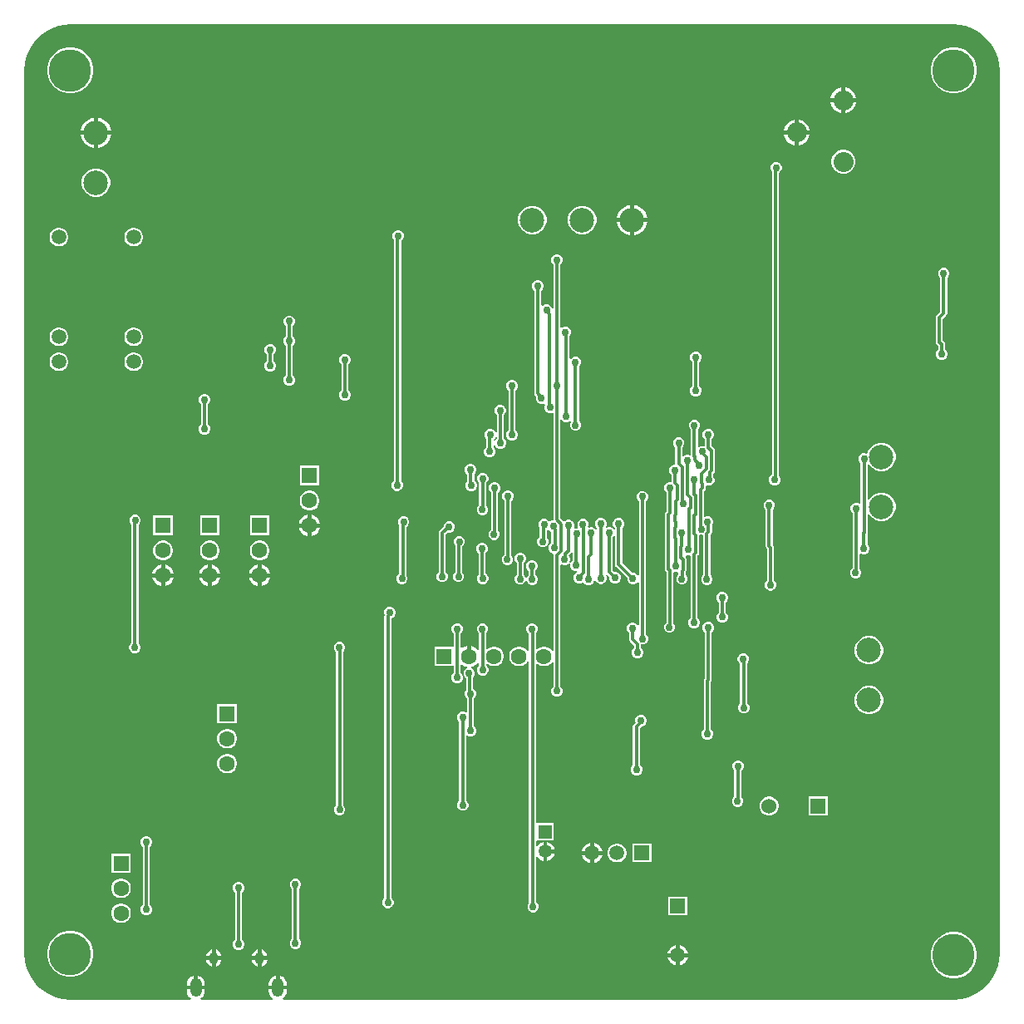
<source format=gbl>
G04*
G04 #@! TF.GenerationSoftware,Altium Limited,Altium Designer,23.9.2 (47)*
G04*
G04 Layer_Physical_Order=2*
G04 Layer_Color=16711680*
%FSLAX44Y44*%
%MOMM*%
G71*
G04*
G04 #@! TF.SameCoordinates,AC20B462-CAF6-4E74-BB64-28AA76468CC9*
G04*
G04*
G04 #@! TF.FilePolarity,Positive*
G04*
G01*
G75*
%ADD119C,1.4986*%
%ADD124C,1.5240*%
%ADD125R,1.5240X1.5240*%
%ADD135C,0.3000*%
%ADD136C,2.5000*%
%ADD137C,1.6000*%
%ADD138R,1.6000X1.6000*%
%ADD139C,2.0320*%
%ADD140R,1.6000X1.6000*%
%ADD141C,1.3500*%
%ADD142R,1.3500X1.3500*%
%ADD143C,1.5000*%
%ADD144R,1.5000X1.5000*%
%ADD145R,1.5000X1.5000*%
%ADD146O,1.2000X1.9000*%
%ADD147O,0.9652X1.1684*%
%ADD149C,0.7620*%
%ADD150C,4.3180*%
G36*
X50000Y996666D02*
X950000D01*
X950140Y996694D01*
X956096Y996303D01*
X962088Y995112D01*
X967872Y993148D01*
X973352Y990446D01*
X978431Y987052D01*
X983024Y983024D01*
X987052Y978431D01*
X990446Y973352D01*
X993148Y967872D01*
X995112Y962088D01*
X996303Y956096D01*
X996694Y950140D01*
X996666Y950000D01*
X996666Y50000D01*
X996694Y49860D01*
X996303Y43904D01*
X995112Y37912D01*
X993148Y32127D01*
X990446Y26648D01*
X987052Y21569D01*
X983024Y16976D01*
X978431Y12948D01*
X973352Y9554D01*
X967872Y6852D01*
X962088Y4888D01*
X956096Y3697D01*
X950140Y3306D01*
X950000Y3334D01*
X266822D01*
X266391Y4604D01*
X267828Y5707D01*
X269271Y7587D01*
X270178Y9776D01*
X270487Y12126D01*
Y13626D01*
X261409D01*
X252332D01*
Y12126D01*
X252641Y9776D01*
X253548Y7587D01*
X254990Y5707D01*
X256428Y4604D01*
X255997Y3334D01*
X183322D01*
X182891Y4604D01*
X184328Y5707D01*
X185771Y7587D01*
X186678Y9776D01*
X186987Y12126D01*
Y13626D01*
X177909D01*
X168832D01*
Y12126D01*
X169141Y9776D01*
X170048Y7587D01*
X171490Y5707D01*
X172928Y4604D01*
X172497Y3334D01*
X50000D01*
X49860Y3306D01*
X43904Y3697D01*
X37912Y4888D01*
X32128Y6852D01*
X26648Y9554D01*
X21569Y12948D01*
X16976Y16976D01*
X12948Y21569D01*
X9554Y26648D01*
X6852Y32127D01*
X4888Y37912D01*
X3697Y43904D01*
X3380Y48739D01*
X3334Y50000D01*
X3334Y50000D01*
X3334Y51252D01*
Y950000D01*
X3306Y950140D01*
X3697Y956096D01*
X4888Y962088D01*
X6852Y967872D01*
X9554Y973352D01*
X12948Y978431D01*
X16976Y983024D01*
X21569Y987052D01*
X26648Y990446D01*
X32127Y993148D01*
X37912Y995112D01*
X43904Y996303D01*
X49860Y996694D01*
X50000Y996666D01*
D02*
G37*
%LPC*%
G36*
X952323Y973590D02*
X947677D01*
X943119Y972683D01*
X938826Y970905D01*
X934962Y968324D01*
X931676Y965038D01*
X929095Y961174D01*
X927317Y956881D01*
X926410Y952323D01*
Y947677D01*
X927317Y943119D01*
X929095Y938826D01*
X931676Y934962D01*
X934962Y931676D01*
X938826Y929095D01*
X943119Y927317D01*
X947677Y926410D01*
X952323D01*
X956881Y927317D01*
X961174Y929095D01*
X965038Y931676D01*
X968324Y934962D01*
X970905Y938826D01*
X972683Y943119D01*
X973590Y947677D01*
Y952323D01*
X972683Y956881D01*
X970905Y961174D01*
X968324Y965038D01*
X965038Y968324D01*
X961174Y970905D01*
X956881Y972683D01*
X952323Y973590D01*
D02*
G37*
G36*
X52323D02*
X47677D01*
X43119Y972683D01*
X38826Y970905D01*
X34962Y968324D01*
X31676Y965038D01*
X29095Y961174D01*
X27317Y956881D01*
X26410Y952323D01*
Y947677D01*
X27317Y943119D01*
X29095Y938826D01*
X31676Y934962D01*
X34962Y931676D01*
X38826Y929095D01*
X43119Y927317D01*
X47677Y926410D01*
X52323D01*
X56881Y927317D01*
X61174Y929095D01*
X65038Y931676D01*
X68324Y934962D01*
X70905Y938826D01*
X72683Y943119D01*
X73590Y947677D01*
Y952323D01*
X72683Y956881D01*
X70905Y961174D01*
X68324Y965038D01*
X65038Y968324D01*
X61174Y970905D01*
X56881Y972683D01*
X52323Y973590D01*
D02*
G37*
G36*
X839644Y932404D02*
Y921316D01*
X850732D01*
X849907Y924395D01*
X848175Y927396D01*
X845724Y929846D01*
X842723Y931579D01*
X839644Y932404D01*
D02*
G37*
G36*
X835644D02*
X832564Y931579D01*
X829563Y929846D01*
X827113Y927396D01*
X825381Y924395D01*
X824556Y921316D01*
X835644D01*
Y932404D01*
D02*
G37*
G36*
X850732Y917316D02*
X839644D01*
Y906227D01*
X842723Y907053D01*
X845724Y908785D01*
X848175Y911235D01*
X849907Y914236D01*
X850732Y917316D01*
D02*
G37*
G36*
X835644D02*
X824556D01*
X825381Y914236D01*
X827113Y911235D01*
X829563Y908785D01*
X832564Y907053D01*
X835644Y906227D01*
Y917316D01*
D02*
G37*
G36*
X792146Y899905D02*
Y888817D01*
X803234D01*
X802409Y891896D01*
X800676Y894897D01*
X798226Y897347D01*
X795225Y899080D01*
X792146Y899905D01*
D02*
G37*
G36*
X788146D02*
X785066Y899080D01*
X782065Y897347D01*
X779615Y894897D01*
X777883Y891896D01*
X777057Y888817D01*
X788146D01*
Y899905D01*
D02*
G37*
G36*
X78200Y901706D02*
Y888300D01*
X91606D01*
X91104Y890821D01*
X89936Y893642D01*
X88240Y896181D01*
X86081Y898340D01*
X83542Y900036D01*
X80721Y901204D01*
X78200Y901706D01*
D02*
G37*
G36*
X74200Y901706D02*
X71679Y901204D01*
X68858Y900036D01*
X66319Y898340D01*
X64160Y896181D01*
X62464Y893642D01*
X61296Y890821D01*
X60794Y888300D01*
X74200D01*
Y901706D01*
D02*
G37*
G36*
X803234Y884817D02*
X792146D01*
Y873728D01*
X795225Y874553D01*
X798226Y876286D01*
X800676Y878736D01*
X802409Y881737D01*
X803234Y884817D01*
D02*
G37*
G36*
X788146D02*
X777057D01*
X777883Y881737D01*
X779615Y878736D01*
X782065Y876286D01*
X785066Y874553D01*
X788146Y873728D01*
Y884817D01*
D02*
G37*
G36*
X91606Y884300D02*
X78200D01*
Y870894D01*
X80721Y871396D01*
X83542Y872564D01*
X86081Y874260D01*
X88240Y876419D01*
X89936Y878958D01*
X91104Y881779D01*
X91606Y884300D01*
D02*
G37*
G36*
X74200D02*
X60794D01*
X61296Y881779D01*
X62464Y878958D01*
X64160Y876419D01*
X66319Y874260D01*
X68858Y872564D01*
X71679Y871396D01*
X74200Y870894D01*
Y884300D01*
D02*
G37*
G36*
X839245Y868979D02*
X836043D01*
X832950Y868150D01*
X830178Y866550D01*
X827914Y864286D01*
X826313Y861513D01*
X825484Y858420D01*
Y855218D01*
X826313Y852125D01*
X827914Y849353D01*
X830178Y847089D01*
X832950Y845488D01*
X836043Y844659D01*
X839245D01*
X842337Y845488D01*
X845110Y847089D01*
X847374Y849353D01*
X848975Y852125D01*
X849804Y855218D01*
Y858420D01*
X848975Y861513D01*
X847374Y864286D01*
X845110Y866550D01*
X842337Y868150D01*
X839245Y868979D01*
D02*
G37*
G36*
X78109Y850000D02*
X74291D01*
X70603Y849012D01*
X67297Y847103D01*
X64597Y844403D01*
X62688Y841097D01*
X61700Y837409D01*
Y833591D01*
X62688Y829903D01*
X64597Y826597D01*
X67297Y823897D01*
X70603Y821988D01*
X74291Y821000D01*
X78109D01*
X81797Y821988D01*
X85103Y823897D01*
X87803Y826597D01*
X89712Y829903D01*
X90700Y833591D01*
Y837409D01*
X89712Y841097D01*
X87803Y844403D01*
X85103Y847103D01*
X81797Y849012D01*
X78109Y850000D01*
D02*
G37*
G36*
X624300Y812806D02*
Y799400D01*
X637706D01*
X637204Y801921D01*
X636036Y804742D01*
X634340Y807281D01*
X632181Y809440D01*
X629642Y811136D01*
X626821Y812304D01*
X624300Y812806D01*
D02*
G37*
G36*
X620300Y812806D02*
X617779Y812304D01*
X614958Y811136D01*
X612419Y809440D01*
X610260Y807281D01*
X608564Y804742D01*
X607396Y801921D01*
X606894Y799400D01*
X620300D01*
Y812806D01*
D02*
G37*
G36*
X573409Y811900D02*
X569591D01*
X565903Y810912D01*
X562597Y809003D01*
X559897Y806303D01*
X557988Y802997D01*
X557000Y799309D01*
Y795491D01*
X557988Y791803D01*
X559897Y788497D01*
X562597Y785797D01*
X565903Y783888D01*
X569591Y782900D01*
X573409D01*
X577097Y783888D01*
X580403Y785797D01*
X583103Y788497D01*
X585012Y791803D01*
X586000Y795491D01*
Y799309D01*
X585012Y802997D01*
X583103Y806303D01*
X580403Y809003D01*
X577097Y810912D01*
X573409Y811900D01*
D02*
G37*
G36*
X522609D02*
X518791D01*
X515103Y810912D01*
X511797Y809003D01*
X509097Y806303D01*
X507188Y802997D01*
X506200Y799309D01*
Y795491D01*
X507188Y791803D01*
X509097Y788497D01*
X511797Y785797D01*
X515103Y783888D01*
X518791Y782900D01*
X522609D01*
X526297Y783888D01*
X529603Y785797D01*
X532303Y788497D01*
X534212Y791803D01*
X535200Y795491D01*
Y799309D01*
X534212Y802997D01*
X532303Y806303D01*
X529603Y809003D01*
X526297Y810912D01*
X522609Y811900D01*
D02*
G37*
G36*
X620300Y795400D02*
X606894D01*
X607396Y792879D01*
X608564Y790058D01*
X610260Y787519D01*
X612419Y785360D01*
X614958Y783664D01*
X617779Y782496D01*
X620300Y781994D01*
Y795400D01*
D02*
G37*
G36*
X637706D02*
X624300D01*
Y781994D01*
X626821Y782496D01*
X629642Y783664D01*
X632181Y785360D01*
X634340Y787519D01*
X636036Y790058D01*
X637204Y792879D01*
X637706Y795400D01*
D02*
G37*
G36*
X115968Y789594D02*
X113468D01*
X111054Y788947D01*
X108889Y787697D01*
X107122Y785930D01*
X105872Y783765D01*
X105225Y781351D01*
Y778851D01*
X105872Y776437D01*
X107122Y774272D01*
X108889Y772505D01*
X111054Y771255D01*
X113468Y770608D01*
X115968D01*
X118382Y771255D01*
X120547Y772505D01*
X122314Y774272D01*
X123564Y776437D01*
X124211Y778851D01*
Y781351D01*
X123564Y783765D01*
X122314Y785930D01*
X120547Y787697D01*
X118382Y788947D01*
X115968Y789594D01*
D02*
G37*
G36*
X39768D02*
X37268D01*
X34854Y788947D01*
X32689Y787697D01*
X30922Y785930D01*
X29672Y783765D01*
X29025Y781351D01*
Y778851D01*
X29672Y776437D01*
X30922Y774272D01*
X32689Y772505D01*
X34854Y771255D01*
X37268Y770608D01*
X39768D01*
X42182Y771255D01*
X44347Y772505D01*
X46114Y774272D01*
X47364Y776437D01*
X48011Y778851D01*
Y781351D01*
X47364Y783765D01*
X46114Y785930D01*
X44347Y787697D01*
X42182Y788947D01*
X39768Y789594D01*
D02*
G37*
G36*
X546824Y762616D02*
X544513D01*
X542378Y761731D01*
X540743Y760097D01*
X539859Y757961D01*
Y755650D01*
X540743Y753515D01*
X542100Y752158D01*
Y707643D01*
X540830Y707390D01*
X540126Y709091D01*
X538491Y710725D01*
X536356Y711610D01*
X534044D01*
X531909Y710725D01*
X531135Y709952D01*
X529865Y710478D01*
Y725602D01*
X531222Y726959D01*
X532107Y729094D01*
Y731406D01*
X531222Y733541D01*
X529588Y735175D01*
X527453Y736060D01*
X525141D01*
X523006Y735175D01*
X521371Y733541D01*
X520487Y731406D01*
Y729094D01*
X521371Y726959D01*
X522728Y725602D01*
Y620822D01*
X523000Y619457D01*
X523773Y618299D01*
X524460Y617612D01*
X524209Y617006D01*
Y614694D01*
X525093Y612559D01*
X526728Y610925D01*
X528863Y610040D01*
X531174D01*
X532576Y610621D01*
X533548Y609649D01*
X532868Y608006D01*
Y605694D01*
X533752Y603559D01*
X535387Y601925D01*
X537522Y601040D01*
X539833D01*
X540830Y601453D01*
X542100Y600604D01*
Y492261D01*
X542103Y492245D01*
X541298Y491263D01*
X540983D01*
X539066Y490469D01*
X538269Y490494D01*
X537629Y490621D01*
X535994Y492256D01*
X533859Y493140D01*
X531547D01*
X529412Y492256D01*
X527778Y490621D01*
X526893Y488486D01*
Y486174D01*
X527778Y484039D01*
X528351Y483466D01*
Y475035D01*
X527844Y474826D01*
X526210Y473191D01*
X525325Y471056D01*
Y468744D01*
X526210Y466609D01*
X527844Y464975D01*
X529980Y464090D01*
X532291D01*
X534426Y464975D01*
X536061Y466609D01*
X536945Y468744D01*
Y471056D01*
X536061Y473191D01*
X535488Y473764D01*
Y481157D01*
X536096Y481792D01*
X537553Y481822D01*
X538847Y480528D01*
X540139Y479993D01*
Y468473D01*
X539619Y468257D01*
X537985Y466623D01*
X537100Y464488D01*
Y462176D01*
X537985Y460041D01*
X539619Y458406D01*
X541294Y457713D01*
X541782Y457443D01*
X542200Y456252D01*
X542100Y455752D01*
Y358977D01*
X540830Y358637D01*
X540540Y359140D01*
X538678Y361002D01*
X536397Y362319D01*
X533854Y363000D01*
X531221D01*
X528678Y362319D01*
X526397Y361002D01*
X525716Y360320D01*
X524446Y360846D01*
Y376960D01*
X525194Y377709D01*
X526079Y379844D01*
Y382156D01*
X525194Y384291D01*
X523560Y385925D01*
X521424Y386810D01*
X519113D01*
X516978Y385925D01*
X515343Y384291D01*
X514459Y382156D01*
Y379844D01*
X515343Y377709D01*
X516978Y376074D01*
X517309Y375938D01*
Y357923D01*
X516039Y357583D01*
X515140Y359140D01*
X513278Y361002D01*
X510997Y362319D01*
X508454Y363000D01*
X505821D01*
X503278Y362319D01*
X500997Y361002D01*
X499136Y359140D01*
X497819Y356860D01*
X497137Y354317D01*
Y351684D01*
X497819Y349140D01*
X499136Y346860D01*
X500997Y344998D01*
X503278Y343682D01*
X505821Y343000D01*
X508454D01*
X510997Y343682D01*
X513278Y344998D01*
X515140Y346860D01*
X516039Y348417D01*
X517309Y348077D01*
Y102177D01*
X516560Y101429D01*
X515675Y99293D01*
Y96982D01*
X516560Y94846D01*
X518194Y93212D01*
X520330Y92328D01*
X522641D01*
X524776Y93212D01*
X526411Y94846D01*
X527295Y96982D01*
Y99293D01*
X526411Y101429D01*
X524776Y103063D01*
X524446Y103200D01*
Y148404D01*
X525716Y148744D01*
X525985Y148277D01*
X527801Y146462D01*
X530024Y145178D01*
X531787Y144705D01*
Y154264D01*
Y163822D01*
X530024Y163349D01*
X527801Y162066D01*
X525985Y160250D01*
X525716Y159783D01*
X524446Y160123D01*
Y164489D01*
X525037Y165514D01*
X525716Y165514D01*
X542537D01*
Y183014D01*
X525716D01*
X525037Y183014D01*
X524446Y184039D01*
Y345154D01*
X525716Y345680D01*
X526397Y344998D01*
X528678Y343682D01*
X531221Y343000D01*
X533854D01*
X536397Y343682D01*
X538678Y344998D01*
X540540Y346860D01*
X540830Y347363D01*
X542100Y347023D01*
Y322248D01*
X540743Y320891D01*
X539859Y318756D01*
Y316444D01*
X540743Y314309D01*
X542378Y312675D01*
X544513Y311790D01*
X546824D01*
X548960Y312675D01*
X550594Y314309D01*
X551479Y316444D01*
Y318756D01*
X550594Y320891D01*
X549237Y322248D01*
Y446207D01*
X550507Y446761D01*
X552362Y445993D01*
X554673D01*
X556808Y446878D01*
X558443Y448512D01*
X559327Y450648D01*
Y452959D01*
X558443Y455094D01*
X557970Y455567D01*
Y455936D01*
X560054Y458020D01*
X560680Y458957D01*
X561715Y458836D01*
X561950Y458746D01*
Y450662D01*
X561859Y450624D01*
X560224Y448990D01*
X559340Y446854D01*
Y444543D01*
X560224Y442408D01*
X561859Y440773D01*
X563994Y439889D01*
X566306D01*
X566752Y438715D01*
X565183Y438065D01*
X563549Y436431D01*
X562664Y434296D01*
Y431984D01*
X563549Y429849D01*
X565183Y428215D01*
X567318Y427330D01*
X569630D01*
X571688Y428183D01*
X572452Y428367D01*
X573035Y428251D01*
X574669Y426617D01*
X576805Y425732D01*
X579116D01*
X581251Y426617D01*
X582886Y428251D01*
X583770Y430386D01*
Y430442D01*
X585040Y430695D01*
X585625Y429284D01*
X587259Y427650D01*
X589394Y426766D01*
X591706D01*
X593841Y427650D01*
X595476Y429284D01*
X596360Y431420D01*
Y433731D01*
X595700Y435325D01*
X595594Y435580D01*
X596671Y436300D01*
X596798Y436173D01*
X598943Y434028D01*
Y432109D01*
X599827Y429973D01*
X601462Y428339D01*
X603597Y427454D01*
X605908D01*
X608044Y428339D01*
X609678Y429973D01*
X610563Y432109D01*
Y434420D01*
X609678Y436555D01*
X608044Y438190D01*
X605908Y439074D01*
X603989D01*
X602419Y440645D01*
Y474215D01*
X603776Y475572D01*
X603830Y475703D01*
X605100Y475450D01*
Y446756D01*
X605372Y445390D01*
X606145Y444232D01*
X617343Y433035D01*
Y431116D01*
X618227Y428980D01*
X619862Y427346D01*
X621997Y426462D01*
X624309D01*
X626444Y427346D01*
X627888Y428790D01*
X628789Y428599D01*
X629158Y428401D01*
Y384543D01*
X627888Y384291D01*
X627591Y385007D01*
X625957Y386641D01*
X623821Y387526D01*
X621510D01*
X619375Y386641D01*
X617740Y385007D01*
X616856Y382871D01*
Y380560D01*
X617740Y378425D01*
X619097Y377068D01*
Y370576D01*
X619369Y369210D01*
X620142Y368052D01*
X624503Y363692D01*
Y361501D01*
X623153Y360151D01*
X622268Y358016D01*
Y355704D01*
X623153Y353569D01*
X624787Y351934D01*
X626923Y351050D01*
X629234D01*
X631369Y351934D01*
X633004Y353569D01*
X633888Y355704D01*
Y358016D01*
X633004Y360151D01*
X631640Y361515D01*
Y365043D01*
X633882D01*
X636017Y365928D01*
X637652Y367562D01*
X638536Y369697D01*
Y372009D01*
X637652Y374144D01*
X636295Y375501D01*
Y511074D01*
X637652Y512431D01*
X638536Y514566D01*
Y516878D01*
X637652Y519013D01*
X636017Y520648D01*
X633882Y521532D01*
X631571D01*
X629435Y520648D01*
X627801Y519013D01*
X626916Y516878D01*
Y514566D01*
X627801Y512431D01*
X629158Y511074D01*
Y436143D01*
X628789Y435945D01*
X627888Y435753D01*
X626444Y437197D01*
X624309Y438082D01*
X622389D01*
X612237Y448234D01*
Y483355D01*
X613594Y484712D01*
X614479Y486848D01*
Y489159D01*
X613594Y491294D01*
X611960Y492929D01*
X609824Y493813D01*
X607513D01*
X605378Y492929D01*
X603743Y491294D01*
X602859Y489159D01*
Y486848D01*
X603743Y484712D01*
X604955Y483500D01*
X604857Y482732D01*
X604596Y482593D01*
X603534Y482396D01*
X602141Y483788D01*
X600006Y484673D01*
X597695D01*
X596463Y484163D01*
X595536Y485153D01*
X596238Y486848D01*
Y489159D01*
X595354Y491294D01*
X593719Y492929D01*
X591584Y493813D01*
X589273D01*
X587137Y492929D01*
X585503Y491294D01*
X584618Y489159D01*
Y486848D01*
X585503Y484712D01*
X586713Y483502D01*
X586613Y482685D01*
X585301Y482292D01*
X584110Y483483D01*
X581974Y484368D01*
X579663D01*
X578423Y483854D01*
X577475Y484836D01*
X578169Y486510D01*
Y488821D01*
X577284Y490957D01*
X575650Y492591D01*
X573514Y493476D01*
X571203D01*
X569068Y492591D01*
X567433Y490957D01*
X566549Y488821D01*
Y486510D01*
X567316Y484657D01*
X567303Y484600D01*
X566837Y483785D01*
X566532Y483484D01*
X564732D01*
X563944Y483157D01*
X562972Y484129D01*
X563340Y485019D01*
Y487330D01*
X562456Y489465D01*
X560821Y491100D01*
X558686Y491984D01*
X556375D01*
X554239Y491100D01*
X553826Y490686D01*
X552267Y490710D01*
X549237Y493739D01*
Y593574D01*
X549820Y593851D01*
X550507Y593963D01*
X551996Y592475D01*
X554131Y591590D01*
X556442D01*
X558578Y592475D01*
X558951Y592848D01*
X560344Y592445D01*
X560384Y592269D01*
X559807Y591691D01*
X558922Y589556D01*
Y587244D01*
X559807Y585109D01*
X561441Y583475D01*
X563577Y582590D01*
X565888D01*
X568023Y583475D01*
X569658Y585109D01*
X570542Y587244D01*
Y589556D01*
X569658Y591691D01*
X568301Y593048D01*
Y648175D01*
X569658Y649532D01*
X570542Y651667D01*
Y653979D01*
X569658Y656114D01*
X568023Y657748D01*
X565888Y658633D01*
X563577D01*
X561441Y657748D01*
X559807Y656114D01*
X559762Y656006D01*
X558492Y656259D01*
Y679091D01*
X559354Y679953D01*
X560238Y682088D01*
Y684400D01*
X559354Y686535D01*
X557719Y688169D01*
X555584Y689054D01*
X553273D01*
X551137Y688169D01*
X550507Y687540D01*
X549237Y688066D01*
Y752158D01*
X550594Y753515D01*
X551479Y755650D01*
Y757961D01*
X550594Y760097D01*
X548960Y761731D01*
X546824Y762616D01*
D02*
G37*
G36*
X115968Y687994D02*
X113468D01*
X111054Y687347D01*
X108889Y686097D01*
X107122Y684330D01*
X105872Y682165D01*
X105225Y679751D01*
Y677251D01*
X105872Y674837D01*
X107122Y672672D01*
X108889Y670904D01*
X111054Y669655D01*
X113468Y669008D01*
X115968D01*
X118382Y669655D01*
X120547Y670904D01*
X122314Y672672D01*
X123564Y674837D01*
X124211Y677251D01*
Y679751D01*
X123564Y682165D01*
X122314Y684330D01*
X120547Y686097D01*
X118382Y687347D01*
X115968Y687994D01*
D02*
G37*
G36*
X39768D02*
X37268D01*
X34854Y687347D01*
X32689Y686097D01*
X30922Y684330D01*
X29672Y682165D01*
X29025Y679751D01*
Y677251D01*
X29672Y674837D01*
X30922Y672672D01*
X32689Y670904D01*
X34854Y669655D01*
X37268Y669008D01*
X39768D01*
X42182Y669655D01*
X44347Y670904D01*
X46114Y672672D01*
X47364Y674837D01*
X48011Y677251D01*
Y679751D01*
X47364Y682165D01*
X46114Y684330D01*
X44347Y686097D01*
X42182Y687347D01*
X39768Y687994D01*
D02*
G37*
G36*
X940956Y748914D02*
X938644D01*
X936509Y748029D01*
X934874Y746395D01*
X933990Y744259D01*
Y741948D01*
X934874Y739813D01*
X936231Y738456D01*
Y704157D01*
X932664Y700590D01*
X931890Y699432D01*
X931618Y698066D01*
Y673134D01*
X931890Y671768D01*
X932664Y670611D01*
X934084Y669190D01*
Y665639D01*
X932727Y664282D01*
X931842Y662147D01*
Y659836D01*
X932727Y657700D01*
X934361Y656066D01*
X936497Y655181D01*
X938808D01*
X940944Y656066D01*
X942578Y657700D01*
X943462Y659836D01*
Y662147D01*
X942578Y664282D01*
X941221Y665639D01*
Y670668D01*
X940949Y672034D01*
X940176Y673192D01*
X938756Y674612D01*
Y696588D01*
X942323Y700156D01*
X943097Y701314D01*
X943369Y702679D01*
Y738456D01*
X944725Y739813D01*
X945610Y741948D01*
Y744259D01*
X944725Y746395D01*
X943091Y748029D01*
X940956Y748914D01*
D02*
G37*
G36*
X115968Y662594D02*
X113468D01*
X111054Y661947D01*
X108889Y660697D01*
X107122Y658930D01*
X105872Y656765D01*
X105225Y654351D01*
Y651851D01*
X105872Y649437D01*
X107122Y647272D01*
X108889Y645505D01*
X111054Y644255D01*
X113468Y643608D01*
X115968D01*
X118382Y644255D01*
X120547Y645505D01*
X122314Y647272D01*
X123564Y649437D01*
X124211Y651851D01*
Y654351D01*
X123564Y656765D01*
X122314Y658930D01*
X120547Y660697D01*
X118382Y661947D01*
X115968Y662594D01*
D02*
G37*
G36*
X39768D02*
X37268D01*
X34854Y661947D01*
X32689Y660697D01*
X30922Y658930D01*
X29672Y656765D01*
X29025Y654351D01*
Y651851D01*
X29672Y649437D01*
X30922Y647272D01*
X32689Y645505D01*
X34854Y644255D01*
X37268Y643608D01*
X39768D01*
X42182Y644255D01*
X44347Y645505D01*
X46114Y647272D01*
X47364Y649437D01*
X48011Y651851D01*
Y654351D01*
X47364Y656765D01*
X46114Y658930D01*
X44347Y660697D01*
X42182Y661947D01*
X39768Y662594D01*
D02*
G37*
G36*
X254928Y671062D02*
X252617D01*
X250482Y670178D01*
X248847Y668543D01*
X247963Y666408D01*
Y664096D01*
X248847Y661961D01*
X250204Y660604D01*
Y653699D01*
X248847Y652342D01*
X247963Y650206D01*
Y647895D01*
X248847Y645760D01*
X250482Y644125D01*
X252617Y643241D01*
X254928D01*
X257064Y644125D01*
X258698Y645760D01*
X259583Y647895D01*
Y650206D01*
X258698Y652342D01*
X257341Y653699D01*
Y660604D01*
X258698Y661961D01*
X259583Y664096D01*
Y666408D01*
X258698Y668543D01*
X257064Y670178D01*
X254928Y671062D01*
D02*
G37*
G36*
X274206Y700137D02*
X271894D01*
X269759Y699253D01*
X268125Y697618D01*
X267240Y695483D01*
Y693171D01*
X268125Y691036D01*
X269481Y689679D01*
Y678823D01*
X268125Y677466D01*
X267240Y675331D01*
Y673020D01*
X268125Y670884D01*
X269481Y669527D01*
Y638994D01*
X268125Y637637D01*
X267240Y635502D01*
Y633190D01*
X268125Y631055D01*
X269759Y629421D01*
X271894Y628536D01*
X274206D01*
X276341Y629421D01*
X277976Y631055D01*
X278860Y633190D01*
Y635502D01*
X277976Y637637D01*
X276619Y638994D01*
Y669527D01*
X277976Y670884D01*
X278860Y673020D01*
Y675331D01*
X277976Y677466D01*
X276619Y678823D01*
Y689679D01*
X277976Y691036D01*
X278860Y693171D01*
Y695483D01*
X277976Y697618D01*
X276341Y699253D01*
X274206Y700137D01*
D02*
G37*
G36*
X688524Y663510D02*
X686212D01*
X684077Y662626D01*
X682443Y660991D01*
X681558Y658856D01*
Y656544D01*
X682443Y654409D01*
X683570Y653281D01*
Y628760D01*
X681985Y627175D01*
X681100Y625039D01*
Y622728D01*
X681985Y620592D01*
X683619Y618958D01*
X685754Y618074D01*
X688066D01*
X690201Y618958D01*
X691836Y620592D01*
X692720Y622728D01*
Y625039D01*
X691836Y627175D01*
X690708Y628303D01*
Y652823D01*
X692294Y654409D01*
X693178Y656544D01*
Y658856D01*
X692294Y660991D01*
X690659Y662626D01*
X688524Y663510D01*
D02*
G37*
G36*
X330816Y660870D02*
X328504D01*
X326369Y659986D01*
X324734Y658352D01*
X323850Y656216D01*
Y653905D01*
X324734Y651769D01*
X326091Y650412D01*
Y624127D01*
X324734Y622770D01*
X323850Y620635D01*
Y618323D01*
X324734Y616188D01*
X326369Y614553D01*
X328504Y613669D01*
X330816D01*
X332951Y614553D01*
X334585Y616188D01*
X335470Y618323D01*
Y620635D01*
X334585Y622770D01*
X333229Y624127D01*
Y650412D01*
X334585Y651769D01*
X335470Y653905D01*
Y656216D01*
X334585Y658352D01*
X332951Y659986D01*
X330816Y660870D01*
D02*
G37*
G36*
X489033Y609313D02*
X486722D01*
X484586Y608429D01*
X482952Y606794D01*
X482068Y604659D01*
Y602348D01*
X482952Y600212D01*
X484432Y598732D01*
Y581477D01*
X483162Y581225D01*
X482803Y582091D01*
X481169Y583726D01*
X479033Y584610D01*
X476722D01*
X474587Y583726D01*
X472952Y582091D01*
X472068Y579956D01*
Y577644D01*
X472952Y575509D01*
X473907Y574555D01*
Y566377D01*
X473781Y566325D01*
X472147Y564691D01*
X471263Y562556D01*
Y560244D01*
X472147Y558109D01*
X473781Y556475D01*
X475917Y555590D01*
X478228D01*
X480364Y556475D01*
X481998Y558109D01*
X482882Y560244D01*
Y562556D01*
X481998Y564691D01*
X481044Y565645D01*
Y573823D01*
X481169Y573875D01*
X482803Y575509D01*
X483162Y576375D01*
X484432Y576123D01*
Y574925D01*
X483198Y573691D01*
X482313Y571556D01*
Y569244D01*
X483198Y567109D01*
X484832Y565475D01*
X486968Y564590D01*
X489279D01*
X491415Y565475D01*
X493049Y567109D01*
X493933Y569244D01*
Y571556D01*
X493049Y573691D01*
X491569Y575171D01*
Y598978D01*
X492803Y600212D01*
X493688Y602348D01*
Y604659D01*
X492803Y606794D01*
X491169Y608429D01*
X489033Y609313D01*
D02*
G37*
G36*
X187825Y620145D02*
X185513D01*
X183378Y619261D01*
X181744Y617626D01*
X180859Y615491D01*
Y613180D01*
X181744Y611044D01*
X183101Y609687D01*
Y589525D01*
X181744Y588168D01*
X180859Y586033D01*
Y583722D01*
X181744Y581586D01*
X183378Y579952D01*
X185513Y579067D01*
X187825D01*
X189960Y579952D01*
X191595Y581586D01*
X192479Y583722D01*
Y586033D01*
X191595Y588168D01*
X190238Y589525D01*
Y609687D01*
X191595Y611044D01*
X192479Y613180D01*
Y615491D01*
X191595Y617626D01*
X189960Y619261D01*
X187825Y620145D01*
D02*
G37*
G36*
X501156Y634342D02*
X498844D01*
X496709Y633457D01*
X495075Y631823D01*
X494190Y629687D01*
Y627376D01*
X495075Y625241D01*
X496431Y623884D01*
Y583448D01*
X495075Y582091D01*
X494190Y579956D01*
Y577644D01*
X495075Y575509D01*
X496709Y573875D01*
X498844Y572990D01*
X501156D01*
X503291Y573875D01*
X504925Y575509D01*
X505810Y577644D01*
Y579956D01*
X504925Y582091D01*
X503569Y583448D01*
Y623884D01*
X504925Y625241D01*
X505810Y627376D01*
Y629687D01*
X504925Y631823D01*
X503291Y633457D01*
X501156Y634342D01*
D02*
G37*
G36*
X878209Y570600D02*
X874391D01*
X870703Y569612D01*
X867397Y567703D01*
X864697Y565003D01*
X862788Y561697D01*
X862413Y560297D01*
X860898Y559550D01*
X859808Y560001D01*
X857497D01*
X855361Y559117D01*
X853727Y557482D01*
X852843Y555347D01*
Y553035D01*
X853727Y550900D01*
X855084Y549543D01*
Y509343D01*
X853814Y508831D01*
X851888Y509629D01*
X849577D01*
X847441Y508744D01*
X845807Y507110D01*
X844922Y504975D01*
Y502663D01*
X845807Y500528D01*
X847164Y499171D01*
Y443316D01*
X846784Y443158D01*
X845150Y441524D01*
X844265Y439389D01*
Y437077D01*
X845150Y434942D01*
X846784Y433307D01*
X848920Y432423D01*
X851231D01*
X853366Y433307D01*
X855001Y434942D01*
X855885Y437077D01*
Y439389D01*
X855001Y441524D01*
X854301Y442224D01*
Y456929D01*
X855571Y457589D01*
X857244Y456896D01*
X859556D01*
X861691Y457780D01*
X863325Y459415D01*
X864210Y461550D01*
Y463861D01*
X863325Y465997D01*
X861969Y467354D01*
Y477956D01*
X862221Y479226D01*
Y498145D01*
X863491Y498486D01*
X864697Y496397D01*
X867397Y493697D01*
X870703Y491788D01*
X874391Y490800D01*
X878209D01*
X881897Y491788D01*
X885203Y493697D01*
X887903Y496397D01*
X889812Y499703D01*
X890800Y503391D01*
Y507209D01*
X889812Y510897D01*
X887903Y514203D01*
X885203Y516903D01*
X881897Y518812D01*
X878209Y519800D01*
X874391D01*
X870703Y518812D01*
X867397Y516903D01*
X864697Y514203D01*
X863491Y512114D01*
X862221Y512455D01*
Y548945D01*
X863491Y549286D01*
X864697Y547197D01*
X867397Y544497D01*
X870703Y542588D01*
X874391Y541600D01*
X878209D01*
X881897Y542588D01*
X885203Y544497D01*
X887903Y547197D01*
X889812Y550503D01*
X890800Y554191D01*
Y558009D01*
X889812Y561697D01*
X887903Y565003D01*
X885203Y567703D01*
X881897Y569612D01*
X878209Y570600D01*
D02*
G37*
G36*
X686982Y594210D02*
X684671D01*
X682536Y593326D01*
X680901Y591691D01*
X680017Y589556D01*
Y587244D01*
X680901Y585109D01*
X682258Y583752D01*
Y558528D01*
X680988Y557680D01*
X679708Y558210D01*
X677396D01*
X675261Y557326D01*
X674648Y556712D01*
X673378Y557238D01*
Y565952D01*
X674734Y567309D01*
X675619Y569444D01*
Y571756D01*
X674734Y573891D01*
X673100Y575526D01*
X670965Y576410D01*
X668653D01*
X666518Y575526D01*
X664883Y573891D01*
X663999Y571756D01*
Y569444D01*
X664883Y567309D01*
X666240Y565952D01*
Y549248D01*
X665543Y548398D01*
X664975D01*
X662839Y547514D01*
X661205Y545879D01*
X660321Y543744D01*
Y541432D01*
X661205Y539297D01*
X662562Y537940D01*
Y530321D01*
X662286Y530137D01*
X659975D01*
X657839Y529252D01*
X656205Y527618D01*
X655321Y525483D01*
Y523171D01*
X656205Y521036D01*
X657298Y519943D01*
Y500467D01*
X656917Y500086D01*
X656143Y498928D01*
X655871Y497562D01*
Y441752D01*
X656143Y440386D01*
X656917Y439228D01*
X657298Y438847D01*
Y387720D01*
X657109Y387641D01*
X655474Y386007D01*
X654590Y383872D01*
Y381560D01*
X655474Y379425D01*
X657109Y377790D01*
X659244Y376906D01*
X661556D01*
X663691Y377790D01*
X665325Y379425D01*
X666210Y381560D01*
Y383872D01*
X665325Y386007D01*
X664436Y386897D01*
Y438307D01*
X665491Y439012D01*
X665594Y438969D01*
X667906D01*
X668615Y439263D01*
X669671Y438558D01*
Y436546D01*
X668175Y435049D01*
X667290Y432913D01*
Y430602D01*
X668175Y428467D01*
X669809Y426832D01*
X671944Y425948D01*
X674256D01*
X676391Y426832D01*
X678026Y428467D01*
X678910Y430602D01*
Y432913D01*
X678026Y435049D01*
X676809Y436266D01*
Y438701D01*
X677357Y439522D01*
X677629Y440888D01*
Y451848D01*
X677357Y453214D01*
X676583Y454371D01*
X676570Y454384D01*
X676637Y455118D01*
X677969Y455937D01*
X678445Y455740D01*
X680756D01*
X680935Y455814D01*
X681991Y455109D01*
Y392297D01*
X680443Y390749D01*
X679559Y388614D01*
Y386302D01*
X680443Y384167D01*
X682078Y382533D01*
X684213Y381648D01*
X686524D01*
X688660Y382533D01*
X690294Y384167D01*
X691179Y386302D01*
Y388614D01*
X690294Y390749D01*
X689128Y391915D01*
Y455693D01*
X689434Y455999D01*
X690207Y457156D01*
X690479Y458522D01*
Y475961D01*
X691532Y476899D01*
X691714Y476824D01*
X694025D01*
X694931Y476218D01*
Y436190D01*
X693575Y434833D01*
X692690Y432698D01*
Y430386D01*
X693575Y428251D01*
X695209Y426617D01*
X697344Y425732D01*
X699656D01*
X701791Y426617D01*
X703426Y428251D01*
X704310Y430386D01*
Y432698D01*
X703426Y434833D01*
X702069Y436190D01*
Y476448D01*
X702703Y477083D01*
X703476Y478241D01*
X703748Y479606D01*
Y485662D01*
X703646Y486173D01*
X704090Y486617D01*
X704975Y488753D01*
Y491064D01*
X704090Y493199D01*
X702456Y494834D01*
X700321Y495718D01*
X698009D01*
X696693Y495173D01*
X695423Y496022D01*
Y520992D01*
X696166Y521735D01*
X696939Y522892D01*
X697211Y524258D01*
Y526546D01*
X698267Y527252D01*
X699215Y526859D01*
X701526D01*
X703661Y527744D01*
X705296Y529378D01*
X706180Y531513D01*
Y533825D01*
X705296Y535960D01*
X704823Y536433D01*
Y538888D01*
X705586Y539651D01*
X706359Y540809D01*
X706631Y542174D01*
Y562318D01*
X706359Y563684D01*
X705586Y564842D01*
X703511Y566917D01*
Y574152D01*
X704867Y575509D01*
X705752Y577644D01*
Y579956D01*
X704867Y582091D01*
X703233Y583726D01*
X701098Y584610D01*
X698786D01*
X696651Y583726D01*
X695016Y582091D01*
X694132Y579956D01*
Y577644D01*
X695016Y575509D01*
X696373Y574152D01*
Y567701D01*
X695317Y566995D01*
X694798Y567210D01*
X692487D01*
X690665Y566456D01*
X689395Y567029D01*
Y583752D01*
X690752Y585109D01*
X691637Y587244D01*
Y589556D01*
X690752Y591691D01*
X689118Y593326D01*
X686982Y594210D01*
D02*
G37*
G36*
X770121Y856710D02*
X767810D01*
X765675Y855826D01*
X764040Y854191D01*
X763156Y852056D01*
Y849744D01*
X764040Y847609D01*
X764819Y846830D01*
Y537910D01*
X764519Y537785D01*
X762885Y536151D01*
X762000Y534016D01*
Y531704D01*
X762885Y529569D01*
X764519Y527934D01*
X766654Y527050D01*
X768966D01*
X771101Y527934D01*
X772736Y529569D01*
X773620Y531704D01*
Y534016D01*
X772736Y536151D01*
X771956Y536930D01*
Y845850D01*
X772257Y845975D01*
X773891Y847609D01*
X774776Y849744D01*
Y852056D01*
X773891Y854191D01*
X772257Y855826D01*
X770121Y856710D01*
D02*
G37*
G36*
X303721Y547027D02*
X283721D01*
Y527027D01*
X303721D01*
Y547027D01*
D02*
G37*
G36*
X385215Y787210D02*
X382903D01*
X380768Y786326D01*
X379133Y784691D01*
X378249Y782556D01*
Y780244D01*
X379133Y778109D01*
X379943Y777299D01*
Y532429D01*
X379673Y532317D01*
X378039Y530683D01*
X377155Y528547D01*
Y526236D01*
X378039Y524101D01*
X379673Y522466D01*
X381809Y521582D01*
X384120D01*
X386256Y522466D01*
X387890Y524101D01*
X388774Y526236D01*
Y528547D01*
X387890Y530683D01*
X387080Y531493D01*
Y776363D01*
X387350Y776475D01*
X388984Y778109D01*
X389869Y780244D01*
Y782556D01*
X388984Y784691D01*
X387350Y786326D01*
X385215Y787210D01*
D02*
G37*
G36*
X458810Y549110D02*
X456498D01*
X454363Y548226D01*
X452729Y546591D01*
X451844Y544456D01*
Y542144D01*
X452729Y540009D01*
X454363Y538375D01*
X454427Y538348D01*
Y531356D01*
X453412Y530341D01*
X452528Y528206D01*
Y525894D01*
X453412Y523759D01*
X455046Y522124D01*
X457182Y521240D01*
X459493D01*
X461629Y522124D01*
X463263Y523759D01*
X464147Y525894D01*
Y528206D01*
X463263Y530341D01*
X461629Y531976D01*
X461564Y532002D01*
Y538994D01*
X462579Y540009D01*
X463464Y542144D01*
Y544456D01*
X462579Y546591D01*
X460945Y548226D01*
X458810Y549110D01*
D02*
G37*
G36*
X295037Y521627D02*
X292404D01*
X289861Y520946D01*
X287581Y519629D01*
X285719Y517767D01*
X284402Y515487D01*
X283721Y512944D01*
Y510311D01*
X284402Y507767D01*
X285719Y505487D01*
X287581Y503625D01*
X289861Y502309D01*
X292404Y501627D01*
X295037D01*
X297581Y502309D01*
X299861Y503625D01*
X301723Y505487D01*
X303039Y507767D01*
X303721Y510311D01*
Y512944D01*
X303039Y515487D01*
X301723Y517767D01*
X299861Y519629D01*
X297581Y520946D01*
X295037Y521627D01*
D02*
G37*
G36*
X471232Y540110D02*
X468921D01*
X466786Y539226D01*
X465151Y537591D01*
X464267Y535456D01*
Y533144D01*
X465151Y531009D01*
X466420Y529740D01*
Y507045D01*
X464975Y505600D01*
X464090Y503464D01*
Y501153D01*
X464975Y499018D01*
X466609Y497383D01*
X468744Y496499D01*
X471056D01*
X473191Y497383D01*
X474826Y499018D01*
X475710Y501153D01*
Y503464D01*
X474826Y505600D01*
X473557Y506868D01*
Y529564D01*
X475002Y531009D01*
X475887Y533144D01*
Y535456D01*
X475002Y537591D01*
X473368Y539226D01*
X471232Y540110D01*
D02*
G37*
G36*
X295721Y497079D02*
Y488227D01*
X304573D01*
X303971Y490473D01*
X302523Y492981D01*
X300475Y495029D01*
X297966Y496478D01*
X295721Y497079D01*
D02*
G37*
G36*
X291721Y497079D02*
X289475Y496478D01*
X286966Y495029D01*
X284918Y492981D01*
X283470Y490473D01*
X282869Y488227D01*
X291721D01*
Y497079D01*
D02*
G37*
G36*
X437162Y490829D02*
X434851D01*
X432716Y489944D01*
X431081Y488310D01*
X430197Y486174D01*
Y484974D01*
X426187Y480965D01*
X425414Y479807D01*
X425142Y478441D01*
Y438944D01*
X423785Y437587D01*
X422901Y435451D01*
Y433140D01*
X423785Y431005D01*
X425420Y429370D01*
X427555Y428486D01*
X429866D01*
X432002Y429370D01*
X433636Y431005D01*
X434521Y433140D01*
Y435451D01*
X433636Y437587D01*
X432279Y438944D01*
Y476963D01*
X434621Y479304D01*
X434851Y479209D01*
X437162D01*
X439298Y480093D01*
X440932Y481728D01*
X441817Y483863D01*
Y486174D01*
X440932Y488310D01*
X439298Y489944D01*
X437162Y490829D01*
D02*
G37*
G36*
X252921Y496227D02*
X232921D01*
Y476227D01*
X252921D01*
Y496227D01*
D02*
G37*
G36*
X202121D02*
X182121D01*
Y476227D01*
X202121D01*
Y496227D01*
D02*
G37*
G36*
X154583D02*
X134583D01*
Y476227D01*
X154583D01*
Y496227D01*
D02*
G37*
G36*
X304573Y484227D02*
X295721D01*
Y475375D01*
X297966Y475977D01*
X300475Y477425D01*
X302523Y479473D01*
X303971Y481981D01*
X304573Y484227D01*
D02*
G37*
G36*
X291721D02*
X282868D01*
X283470Y481981D01*
X284918Y479473D01*
X286966Y477425D01*
X289475Y475977D01*
X291721Y475375D01*
Y484227D01*
D02*
G37*
G36*
X483469Y530137D02*
X481158D01*
X479022Y529252D01*
X477388Y527618D01*
X476503Y525483D01*
Y523171D01*
X477388Y521036D01*
X478457Y519967D01*
Y482355D01*
X478446Y482351D01*
X476812Y480716D01*
X475928Y478581D01*
Y476269D01*
X476812Y474134D01*
X478446Y472500D01*
X480582Y471615D01*
X482893D01*
X485029Y472500D01*
X486663Y474134D01*
X487547Y476269D01*
Y478581D01*
X486663Y480716D01*
X485594Y481785D01*
Y519397D01*
X485605Y519402D01*
X487239Y521036D01*
X488124Y523171D01*
Y525483D01*
X487239Y527618D01*
X485605Y529252D01*
X483469Y530137D01*
D02*
G37*
G36*
X244237Y470827D02*
X241604D01*
X239061Y470146D01*
X236781Y468829D01*
X234919Y466967D01*
X233602Y464687D01*
X232921Y462144D01*
Y459511D01*
X233602Y456967D01*
X234919Y454687D01*
X236781Y452825D01*
X239061Y451509D01*
X241604Y450827D01*
X244237D01*
X246780Y451509D01*
X249061Y452825D01*
X250923Y454687D01*
X252239Y456967D01*
X252921Y459511D01*
Y462144D01*
X252239Y464687D01*
X250923Y466967D01*
X249061Y468829D01*
X246780Y470146D01*
X244237Y470827D01*
D02*
G37*
G36*
X193437D02*
X190804D01*
X188261Y470146D01*
X185981Y468829D01*
X184119Y466967D01*
X182802Y464687D01*
X182121Y462144D01*
Y459511D01*
X182802Y456967D01*
X184119Y454687D01*
X185981Y452825D01*
X188261Y451509D01*
X190804Y450827D01*
X193437D01*
X195980Y451509D01*
X198261Y452825D01*
X200123Y454687D01*
X201439Y456967D01*
X202121Y459511D01*
Y462144D01*
X201439Y464687D01*
X200123Y466967D01*
X198261Y468829D01*
X195980Y470146D01*
X193437Y470827D01*
D02*
G37*
G36*
X145899D02*
X143266D01*
X140723Y470146D01*
X138442Y468829D01*
X136581Y466967D01*
X135264Y464687D01*
X134583Y462144D01*
Y459511D01*
X135264Y456967D01*
X136581Y454687D01*
X138442Y452825D01*
X140723Y451509D01*
X143266Y450827D01*
X145899D01*
X148442Y451509D01*
X150723Y452825D01*
X152585Y454687D01*
X153901Y456967D01*
X154583Y459511D01*
Y462144D01*
X153901Y464687D01*
X152585Y466967D01*
X150723Y468829D01*
X148442Y470146D01*
X145899Y470827D01*
D02*
G37*
G36*
X497044Y522110D02*
X494733D01*
X492598Y521226D01*
X490963Y519591D01*
X490079Y517456D01*
Y515144D01*
X490963Y513009D01*
X492026Y511946D01*
Y456441D01*
X492009Y456434D01*
X490374Y454800D01*
X489490Y452664D01*
Y450353D01*
X490374Y448218D01*
X492009Y446583D01*
X494144Y445699D01*
X496456D01*
X498591Y446583D01*
X500225Y448218D01*
X501110Y450353D01*
Y452664D01*
X500225Y454800D01*
X499163Y455862D01*
Y511368D01*
X499180Y511375D01*
X500814Y513009D01*
X501699Y515144D01*
Y517456D01*
X500814Y519591D01*
X499180Y521226D01*
X497044Y522110D01*
D02*
G37*
G36*
X146583Y446279D02*
Y437427D01*
X155435D01*
X154833Y439673D01*
X153385Y442181D01*
X151337Y444229D01*
X148828Y445677D01*
X146583Y446279D01*
D02*
G37*
G36*
X142583Y446279D02*
X140337Y445677D01*
X137829Y444229D01*
X135780Y442181D01*
X134332Y439673D01*
X133730Y437427D01*
X142583D01*
Y446279D01*
D02*
G37*
G36*
X244921Y446279D02*
Y437427D01*
X253773D01*
X253171Y439673D01*
X251723Y442181D01*
X249675Y444229D01*
X247167Y445677D01*
X244921Y446279D01*
D02*
G37*
G36*
X194121D02*
Y437427D01*
X202973D01*
X202371Y439673D01*
X200923Y442181D01*
X198875Y444229D01*
X196367Y445677D01*
X194121Y446279D01*
D02*
G37*
G36*
X240921Y446279D02*
X238675Y445677D01*
X236166Y444229D01*
X234118Y442181D01*
X232670Y439673D01*
X232069Y437427D01*
X240921D01*
Y446279D01*
D02*
G37*
G36*
X190121D02*
X187875Y445677D01*
X185366Y444229D01*
X183319Y442181D01*
X181870Y439673D01*
X181269Y437427D01*
X190121D01*
Y446279D01*
D02*
G37*
G36*
X447493Y475710D02*
X445182D01*
X443046Y474826D01*
X441412Y473191D01*
X440527Y471056D01*
Y468744D01*
X441412Y466609D01*
X442343Y465678D01*
Y439283D01*
X442194Y439221D01*
X440560Y437587D01*
X439675Y435451D01*
Y433140D01*
X440560Y431005D01*
X442194Y429370D01*
X444330Y428486D01*
X446641D01*
X448777Y429370D01*
X450411Y431005D01*
X451295Y433140D01*
Y435451D01*
X450411Y437587D01*
X449480Y438518D01*
Y464913D01*
X449629Y464975D01*
X451263Y466609D01*
X452147Y468744D01*
Y471056D01*
X451263Y473191D01*
X449629Y474826D01*
X447493Y475710D01*
D02*
G37*
G36*
X470624Y468400D02*
X468313D01*
X466178Y467515D01*
X464543Y465881D01*
X463659Y463746D01*
Y461434D01*
X464543Y459299D01*
X466178Y457664D01*
X466204Y457654D01*
Y436616D01*
X465151Y435563D01*
X464267Y433427D01*
Y431116D01*
X465151Y428980D01*
X466786Y427346D01*
X468921Y426462D01*
X471232D01*
X473368Y427346D01*
X475002Y428980D01*
X475887Y431116D01*
Y433427D01*
X475002Y435563D01*
X473368Y437197D01*
X473341Y437208D01*
Y458246D01*
X474394Y459299D01*
X475279Y461434D01*
Y463746D01*
X474394Y465881D01*
X472760Y467515D01*
X470624Y468400D01*
D02*
G37*
G36*
X390783Y495710D02*
X388471D01*
X386336Y494826D01*
X384701Y493191D01*
X383817Y491056D01*
Y488744D01*
X384701Y486609D01*
X385190Y486120D01*
Y437442D01*
X384599Y437197D01*
X382965Y435563D01*
X382080Y433427D01*
Y431116D01*
X382965Y428980D01*
X384599Y427346D01*
X386734Y426462D01*
X389046D01*
X391181Y427346D01*
X392816Y428980D01*
X393700Y431116D01*
Y433427D01*
X392816Y435563D01*
X392327Y436051D01*
Y484730D01*
X392918Y484975D01*
X394552Y486609D01*
X395437Y488744D01*
Y491056D01*
X394552Y493191D01*
X392918Y494826D01*
X390783Y495710D01*
D02*
G37*
G36*
X509551Y458502D02*
X507240D01*
X505104Y457617D01*
X503470Y455983D01*
X502586Y453847D01*
Y451536D01*
X503470Y449401D01*
X504731Y448140D01*
Y436558D01*
X503278Y435105D01*
X502394Y432969D01*
Y430658D01*
X503278Y428523D01*
X504913Y426888D01*
X507048Y426004D01*
X509359D01*
X511495Y426888D01*
X513129Y428523D01*
X513717Y429941D01*
X515083Y429921D01*
X515774Y428251D01*
X517409Y426617D01*
X519544Y425732D01*
X521856D01*
X523991Y426617D01*
X525625Y428251D01*
X526510Y430386D01*
Y432698D01*
X525625Y434833D01*
X524053Y436406D01*
Y440610D01*
X525194Y441752D01*
X526079Y443887D01*
Y446198D01*
X525194Y448334D01*
X523560Y449968D01*
X521424Y450853D01*
X519113D01*
X516978Y449968D01*
X515343Y448334D01*
X514459Y446198D01*
Y443887D01*
X515343Y441752D01*
X516916Y440179D01*
Y435974D01*
X515774Y434833D01*
X515187Y433415D01*
X513821Y433435D01*
X513129Y435105D01*
X511868Y436366D01*
Y447948D01*
X513321Y449401D01*
X514206Y451536D01*
Y453847D01*
X513321Y455983D01*
X511687Y457617D01*
X509551Y458502D01*
D02*
G37*
G36*
X155435Y433427D02*
X146583D01*
Y424575D01*
X148828Y425177D01*
X151337Y426625D01*
X153385Y428673D01*
X154833Y431181D01*
X155435Y433427D01*
D02*
G37*
G36*
X253773Y433427D02*
X244921D01*
Y424575D01*
X247167Y425177D01*
X249675Y426625D01*
X251723Y428673D01*
X253171Y431181D01*
X253773Y433427D01*
D02*
G37*
G36*
X202973D02*
X194121D01*
Y424575D01*
X196367Y425177D01*
X198875Y426625D01*
X200923Y428673D01*
X202371Y431181D01*
X202973Y433427D01*
D02*
G37*
G36*
X240921D02*
X232069D01*
X232670Y431181D01*
X234118Y428673D01*
X236166Y426625D01*
X238675Y425177D01*
X240921Y424575D01*
Y433427D01*
D02*
G37*
G36*
X190121D02*
X181269D01*
X181870Y431181D01*
X183319Y428673D01*
X185366Y426625D01*
X187875Y425177D01*
X190121Y424575D01*
Y433427D01*
D02*
G37*
G36*
X142583Y433427D02*
X133730D01*
X134332Y431181D01*
X135780Y428673D01*
X137829Y426625D01*
X140337Y425177D01*
X142583Y424575D01*
Y433427D01*
D02*
G37*
G36*
X763156Y512920D02*
X760844D01*
X758709Y512035D01*
X757075Y510401D01*
X756190Y508266D01*
Y505954D01*
X757075Y503819D01*
X758431Y502462D01*
Y465250D01*
X758703Y463884D01*
X759477Y462726D01*
X759860Y462343D01*
Y430434D01*
X758503Y429077D01*
X757619Y426942D01*
Y424631D01*
X758503Y422495D01*
X760138Y420861D01*
X762273Y419976D01*
X764584D01*
X766720Y420861D01*
X768354Y422495D01*
X769239Y424631D01*
Y426942D01*
X768354Y429077D01*
X766997Y430434D01*
Y463821D01*
X766726Y465187D01*
X765952Y466344D01*
X765569Y466728D01*
Y502462D01*
X766926Y503819D01*
X767810Y505954D01*
Y508266D01*
X766926Y510401D01*
X765291Y512035D01*
X763156Y512920D01*
D02*
G37*
G36*
X715215Y418560D02*
X712904D01*
X710768Y417676D01*
X709134Y416041D01*
X708249Y413906D01*
Y411594D01*
X709134Y409459D01*
X710491Y408102D01*
Y397586D01*
X709134Y396229D01*
X708249Y394094D01*
Y391783D01*
X709134Y389647D01*
X710768Y388013D01*
X712904Y387128D01*
X715215D01*
X717350Y388013D01*
X718985Y389647D01*
X719869Y391783D01*
Y394094D01*
X718985Y396229D01*
X717628Y397586D01*
Y408102D01*
X718985Y409459D01*
X719869Y411594D01*
Y413906D01*
X718985Y416041D01*
X717350Y417676D01*
X715215Y418560D01*
D02*
G37*
G36*
X471056Y386810D02*
X468744D01*
X466609Y385925D01*
X464975Y384291D01*
X464090Y382156D01*
Y379844D01*
X464975Y377709D01*
X466420Y376264D01*
Y359991D01*
X465193Y359662D01*
X465140Y359754D01*
X463092Y361802D01*
X460583Y363250D01*
X458338Y363852D01*
Y353000D01*
X454338D01*
Y363852D01*
X452092Y363250D01*
X449583Y361802D01*
X448941Y361160D01*
X447768Y361646D01*
Y376222D01*
X449255Y377709D01*
X450140Y379844D01*
Y382156D01*
X449255Y384291D01*
X447621Y385925D01*
X445485Y386810D01*
X443174D01*
X441039Y385925D01*
X439404Y384291D01*
X438520Y382156D01*
Y379844D01*
X439404Y377709D01*
X440631Y376483D01*
Y363000D01*
X420938D01*
Y343000D01*
X440631D01*
Y336105D01*
X439143Y334618D01*
X438259Y332482D01*
Y330171D01*
X439143Y328036D01*
X440778Y326401D01*
X442913Y325517D01*
X445224D01*
X447360Y326401D01*
X448994Y328036D01*
X449879Y330171D01*
Y332482D01*
X448994Y334618D01*
X447768Y335844D01*
Y344354D01*
X448941Y344840D01*
X449583Y344198D01*
X452092Y342750D01*
X453875Y342272D01*
X453963Y340933D01*
X453046Y340554D01*
X451412Y338920D01*
X450527Y336784D01*
Y334473D01*
X451412Y332337D01*
X453046Y330703D01*
X453427Y330545D01*
Y318975D01*
X452729Y318277D01*
X451844Y316141D01*
Y313830D01*
X452729Y311695D01*
X454256Y310167D01*
Y296094D01*
X453083Y295608D01*
X453074Y295617D01*
X450939Y296501D01*
X448628D01*
X446492Y295617D01*
X444858Y293982D01*
X443973Y291847D01*
Y289536D01*
X444858Y287400D01*
X446215Y286043D01*
Y206101D01*
X444858Y204744D01*
X443973Y202609D01*
Y200298D01*
X444858Y198162D01*
X446492Y196528D01*
X448628Y195643D01*
X450939D01*
X453074Y196528D01*
X454709Y198162D01*
X455593Y200298D01*
Y202609D01*
X454709Y204744D01*
X453352Y206101D01*
Y271973D01*
X454525Y272459D01*
X454705Y272279D01*
X456840Y271395D01*
X459151D01*
X461287Y272279D01*
X462921Y273913D01*
X463806Y276049D01*
Y278360D01*
X462921Y280496D01*
X461394Y282024D01*
Y310509D01*
X462579Y311695D01*
X463464Y313830D01*
Y316141D01*
X462579Y318277D01*
X460945Y319911D01*
X460564Y320069D01*
Y331639D01*
X461263Y332337D01*
X462147Y334473D01*
Y336784D01*
X461263Y338920D01*
X459629Y340554D01*
X458712Y340933D01*
X458800Y342272D01*
X460583Y342750D01*
X463092Y344198D01*
X465140Y346246D01*
X465193Y346338D01*
X466420Y346010D01*
Y343757D01*
X465151Y342488D01*
X464267Y340353D01*
Y338041D01*
X465151Y335906D01*
X466786Y334272D01*
X468921Y333387D01*
X471232D01*
X473368Y334272D01*
X475002Y335906D01*
X475887Y338041D01*
Y340353D01*
X475002Y342488D01*
X473557Y343933D01*
Y345243D01*
X474827Y345769D01*
X475597Y344998D01*
X477878Y343682D01*
X480421Y343000D01*
X483054D01*
X485597Y343682D01*
X487878Y344998D01*
X489739Y346860D01*
X491056Y349140D01*
X491738Y351684D01*
Y354317D01*
X491056Y356860D01*
X489739Y359140D01*
X487878Y361002D01*
X485597Y362319D01*
X483054Y363000D01*
X480421D01*
X477878Y362319D01*
X475597Y361002D01*
X474827Y360232D01*
X473557Y360758D01*
Y376440D01*
X474826Y377709D01*
X475710Y379844D01*
Y382156D01*
X474826Y384291D01*
X473191Y385925D01*
X471056Y386810D01*
D02*
G37*
G36*
X117228Y497442D02*
X114917D01*
X112782Y496557D01*
X111147Y494923D01*
X110263Y492788D01*
Y490476D01*
X111147Y488341D01*
X112428Y487060D01*
Y366674D01*
X110995Y365241D01*
X110111Y363106D01*
Y360794D01*
X110995Y358659D01*
X112630Y357024D01*
X114765Y356140D01*
X117076D01*
X119212Y357024D01*
X120846Y358659D01*
X121731Y360794D01*
Y363106D01*
X120846Y365241D01*
X119565Y366522D01*
Y486908D01*
X120998Y488341D01*
X121883Y490476D01*
Y492788D01*
X120998Y494923D01*
X119364Y496557D01*
X117228Y497442D01*
D02*
G37*
G36*
X865509Y373750D02*
X861691D01*
X858003Y372762D01*
X854697Y370853D01*
X851997Y368153D01*
X850088Y364847D01*
X849100Y361159D01*
Y357341D01*
X850088Y353653D01*
X851997Y350347D01*
X854697Y347647D01*
X858003Y345738D01*
X861691Y344750D01*
X865509D01*
X869197Y345738D01*
X872503Y347647D01*
X875203Y350347D01*
X877112Y353653D01*
X878100Y357341D01*
Y361159D01*
X877112Y364847D01*
X875203Y368153D01*
X872503Y370853D01*
X869197Y372762D01*
X865509Y373750D01*
D02*
G37*
G36*
X736838Y356157D02*
X734527D01*
X732392Y355272D01*
X730757Y353638D01*
X729873Y351502D01*
Y349191D01*
X730757Y347056D01*
X732316Y345497D01*
Y305046D01*
X731162Y303891D01*
X730277Y301756D01*
Y299444D01*
X731162Y297309D01*
X732796Y295675D01*
X734931Y294790D01*
X737243D01*
X739378Y295675D01*
X741013Y297309D01*
X741897Y299444D01*
Y301756D01*
X741013Y303891D01*
X739453Y305450D01*
Y345901D01*
X740608Y347056D01*
X741493Y349191D01*
Y351502D01*
X740608Y353638D01*
X738974Y355272D01*
X736838Y356157D01*
D02*
G37*
G36*
X865509Y322950D02*
X861691D01*
X858003Y321962D01*
X854697Y320053D01*
X851997Y317353D01*
X850088Y314047D01*
X849100Y310359D01*
Y306541D01*
X850088Y302853D01*
X851997Y299547D01*
X854697Y296847D01*
X858003Y294938D01*
X861691Y293950D01*
X865509D01*
X869197Y294938D01*
X872503Y296847D01*
X875203Y299547D01*
X877112Y302853D01*
X878100Y306541D01*
Y310359D01*
X877112Y314047D01*
X875203Y317353D01*
X872503Y320053D01*
X869197Y321962D01*
X865509Y322950D01*
D02*
G37*
G36*
X219822Y304603D02*
X199822D01*
Y284603D01*
X219822D01*
Y304603D01*
D02*
G37*
G36*
X701098Y387966D02*
X698786D01*
X696651Y387081D01*
X695016Y385447D01*
X694132Y383311D01*
Y381000D01*
X695016Y378865D01*
X696480Y377401D01*
Y330634D01*
X695832Y329664D01*
X695561Y328299D01*
Y278758D01*
X694204Y277401D01*
X693319Y275266D01*
Y272954D01*
X694204Y270819D01*
X695838Y269185D01*
X697973Y268300D01*
X700285D01*
X702420Y269185D01*
X704054Y270819D01*
X704939Y272954D01*
Y275266D01*
X704054Y277401D01*
X702698Y278758D01*
Y326883D01*
X703346Y327853D01*
X703617Y329218D01*
Y377615D01*
X704867Y378865D01*
X705752Y381000D01*
Y383311D01*
X704867Y385447D01*
X703233Y387081D01*
X701098Y387966D01*
D02*
G37*
G36*
X211138Y279203D02*
X208505D01*
X205962Y278521D01*
X203682Y277205D01*
X201820Y275343D01*
X200503Y273062D01*
X199822Y270519D01*
Y267886D01*
X200503Y265343D01*
X201820Y263062D01*
X203682Y261201D01*
X205962Y259884D01*
X208505Y259203D01*
X211138D01*
X213682Y259884D01*
X215962Y261201D01*
X217824Y263062D01*
X219140Y265343D01*
X219822Y267886D01*
Y270519D01*
X219140Y273062D01*
X217824Y275343D01*
X215962Y277205D01*
X213682Y278521D01*
X211138Y279203D01*
D02*
G37*
G36*
Y253803D02*
X208505D01*
X205962Y253121D01*
X203682Y251805D01*
X201820Y249943D01*
X200503Y247663D01*
X199822Y245119D01*
Y242486D01*
X200503Y239943D01*
X201820Y237663D01*
X203682Y235801D01*
X205962Y234484D01*
X208505Y233803D01*
X211138D01*
X213682Y234484D01*
X215962Y235801D01*
X217824Y237663D01*
X219140Y239943D01*
X219822Y242486D01*
Y245119D01*
X219140Y247663D01*
X217824Y249943D01*
X215962Y251805D01*
X213682Y253121D01*
X211138Y253803D01*
D02*
G37*
G36*
X632525Y293210D02*
X630214D01*
X628078Y292326D01*
X626444Y290691D01*
X625559Y288556D01*
Y286245D01*
X625811Y285638D01*
X624224Y284051D01*
X623450Y282893D01*
X623178Y281528D01*
Y242379D01*
X621821Y241022D01*
X620937Y238887D01*
Y236576D01*
X621821Y234440D01*
X623456Y232806D01*
X625591Y231921D01*
X627902D01*
X630038Y232806D01*
X631672Y234440D01*
X632557Y236576D01*
Y238887D01*
X631672Y241022D01*
X630315Y242379D01*
Y280049D01*
X631856Y281590D01*
X632525D01*
X634660Y282475D01*
X636295Y284109D01*
X637179Y286245D01*
Y288556D01*
X636295Y290691D01*
X634660Y292326D01*
X632525Y293210D01*
D02*
G37*
G36*
X731406Y247110D02*
X729094D01*
X726959Y246225D01*
X725324Y244591D01*
X724440Y242456D01*
Y240144D01*
X725324Y238009D01*
X726493Y236841D01*
Y210337D01*
X724947Y208791D01*
X724063Y206656D01*
Y204344D01*
X724947Y202209D01*
X726582Y200575D01*
X728717Y199690D01*
X731028D01*
X733164Y200575D01*
X734798Y202209D01*
X735683Y204344D01*
Y206656D01*
X734798Y208791D01*
X733630Y209959D01*
Y236463D01*
X735175Y238009D01*
X736060Y240144D01*
Y242456D01*
X735175Y244591D01*
X733541Y246225D01*
X731406Y247110D01*
D02*
G37*
G36*
X325455Y367760D02*
X323143D01*
X321008Y366875D01*
X319374Y365241D01*
X318489Y363106D01*
Y360794D01*
X319374Y358659D01*
X320776Y357257D01*
Y201402D01*
X319464Y200090D01*
X318580Y197955D01*
Y195643D01*
X319464Y193508D01*
X321099Y191873D01*
X323234Y190989D01*
X325546D01*
X327681Y191873D01*
X329315Y193508D01*
X330200Y195643D01*
Y197955D01*
X329315Y200090D01*
X327913Y201492D01*
Y357347D01*
X329225Y358659D01*
X330109Y360794D01*
Y363106D01*
X329225Y365241D01*
X327590Y366875D01*
X325455Y367760D01*
D02*
G37*
G36*
X821620Y210120D02*
X802380D01*
Y190880D01*
X821620D01*
Y210120D01*
D02*
G37*
G36*
X763267D02*
X760733D01*
X758287Y209464D01*
X756093Y208198D01*
X754302Y206407D01*
X753036Y204213D01*
X752380Y201766D01*
Y199233D01*
X753036Y196787D01*
X754302Y194593D01*
X756093Y192802D01*
X758287Y191536D01*
X760733Y190880D01*
X763267D01*
X765713Y191536D01*
X767907Y192802D01*
X769698Y194593D01*
X770964Y196787D01*
X771620Y199233D01*
Y201766D01*
X770964Y204213D01*
X769698Y206407D01*
X767907Y208198D01*
X765713Y209464D01*
X763267Y210120D01*
D02*
G37*
G36*
X535788Y163822D02*
Y156264D01*
X543345D01*
X542873Y158027D01*
X541589Y160250D01*
X539774Y162066D01*
X537551Y163349D01*
X535788Y163822D01*
D02*
G37*
G36*
X583602Y163022D02*
Y154688D01*
X591936D01*
X591386Y156741D01*
X590004Y159135D01*
X588049Y161090D01*
X585655Y162472D01*
X583602Y163022D01*
D02*
G37*
G36*
X579602Y163022D02*
X577549Y162472D01*
X575155Y161090D01*
X573200Y159135D01*
X571818Y156741D01*
X571268Y154688D01*
X579602D01*
Y163022D01*
D02*
G37*
G36*
X543345Y152264D02*
X535788D01*
Y144706D01*
X537551Y145178D01*
X539774Y146462D01*
X541589Y148277D01*
X542873Y150500D01*
X543345Y152264D01*
D02*
G37*
G36*
X641902Y162188D02*
X622902D01*
Y143188D01*
X641902D01*
Y162188D01*
D02*
G37*
G36*
X608253D02*
X605751D01*
X603335Y161540D01*
X601169Y160290D01*
X599400Y158521D01*
X598149Y156355D01*
X597502Y153938D01*
Y151437D01*
X598149Y149021D01*
X599400Y146855D01*
X601169Y145086D01*
X603335Y143835D01*
X605751Y143188D01*
X608253D01*
X610669Y143835D01*
X612835Y145086D01*
X614604Y146855D01*
X615854Y149021D01*
X616502Y151437D01*
Y153938D01*
X615854Y156355D01*
X614604Y158521D01*
X612835Y160290D01*
X610669Y161540D01*
X608253Y162188D01*
D02*
G37*
G36*
X591936Y150688D02*
X583602D01*
Y142353D01*
X585655Y142903D01*
X588049Y144286D01*
X590004Y146241D01*
X591386Y148635D01*
X591936Y150688D01*
D02*
G37*
G36*
X579602D02*
X571268D01*
X571818Y148635D01*
X573200Y146241D01*
X575155Y144286D01*
X577549Y142903D01*
X579602Y142353D01*
Y150688D01*
D02*
G37*
G36*
X111756Y152203D02*
X91756D01*
Y132203D01*
X111756D01*
Y152203D01*
D02*
G37*
G36*
X103072Y126803D02*
X100439D01*
X97896Y126121D01*
X95616Y124805D01*
X93754Y122943D01*
X92437Y120662D01*
X91756Y118119D01*
Y115486D01*
X92437Y112943D01*
X93754Y110662D01*
X95616Y108801D01*
X97896Y107484D01*
X100439Y106803D01*
X103072D01*
X105616Y107484D01*
X107896Y108801D01*
X109758Y110662D01*
X111074Y112943D01*
X111756Y115486D01*
Y118119D01*
X111074Y120662D01*
X109758Y122943D01*
X107896Y124805D01*
X105616Y126121D01*
X103072Y126803D01*
D02*
G37*
G36*
X376524Y403310D02*
X374213D01*
X372078Y402425D01*
X370443Y400791D01*
X369559Y398656D01*
Y396344D01*
X370116Y394999D01*
X370009Y394459D01*
Y106998D01*
X368652Y105641D01*
X367767Y103506D01*
Y101194D01*
X368652Y99059D01*
X370286Y97424D01*
X372422Y96540D01*
X374733D01*
X376869Y97424D01*
X378503Y99059D01*
X379387Y101194D01*
Y103506D01*
X378503Y105641D01*
X377146Y106998D01*
Y391948D01*
X378660Y392575D01*
X380294Y394209D01*
X381179Y396344D01*
Y398656D01*
X380294Y400791D01*
X378660Y402425D01*
X376524Y403310D01*
D02*
G37*
G36*
X128625Y169606D02*
X126313D01*
X124178Y168722D01*
X122544Y167087D01*
X121659Y164952D01*
Y162640D01*
X122544Y160505D01*
X123900Y159148D01*
Y99688D01*
X122544Y98331D01*
X121659Y96196D01*
Y93884D01*
X122544Y91749D01*
X124178Y90114D01*
X126313Y89230D01*
X128625D01*
X130760Y90114D01*
X132395Y91749D01*
X133279Y93884D01*
Y96196D01*
X132395Y98331D01*
X131038Y99688D01*
Y159148D01*
X132395Y160505D01*
X133279Y162640D01*
Y164952D01*
X132395Y167087D01*
X130760Y168722D01*
X128625Y169606D01*
D02*
G37*
G36*
X678369Y108100D02*
X659369D01*
Y89100D01*
X678369D01*
Y108100D01*
D02*
G37*
G36*
X103072Y101403D02*
X100439D01*
X97896Y100721D01*
X95616Y99405D01*
X93754Y97543D01*
X92437Y95262D01*
X91756Y92719D01*
Y90086D01*
X92437Y87543D01*
X93754Y85262D01*
X95616Y83401D01*
X97896Y82084D01*
X100439Y81403D01*
X103072D01*
X105616Y82084D01*
X107896Y83401D01*
X109758Y85262D01*
X111074Y87543D01*
X111756Y90086D01*
Y92719D01*
X111074Y95262D01*
X109758Y97543D01*
X107896Y99405D01*
X105616Y100721D01*
X103072Y101403D01*
D02*
G37*
G36*
X280556Y126473D02*
X278244D01*
X276109Y125588D01*
X274475Y123954D01*
X273590Y121818D01*
Y119507D01*
X274475Y117371D01*
X275831Y116014D01*
Y65435D01*
X274475Y64078D01*
X273590Y61943D01*
Y59632D01*
X274475Y57496D01*
X276109Y55862D01*
X278244Y54977D01*
X280556D01*
X282691Y55862D01*
X284326Y57496D01*
X285210Y59632D01*
Y61943D01*
X284326Y64078D01*
X282969Y65435D01*
Y116014D01*
X284326Y117371D01*
X285210Y119507D01*
Y121818D01*
X284326Y123954D01*
X282691Y125588D01*
X280556Y126473D01*
D02*
G37*
G36*
X222704Y122904D02*
X220392D01*
X218257Y122019D01*
X216623Y120385D01*
X215738Y118250D01*
Y115938D01*
X216623Y113803D01*
X217961Y112465D01*
Y64298D01*
X216585Y62923D01*
X215700Y60787D01*
Y58476D01*
X216585Y56340D01*
X218219Y54706D01*
X220355Y53822D01*
X222666D01*
X224802Y54706D01*
X226436Y56340D01*
X227320Y58476D01*
Y60787D01*
X226436Y62923D01*
X225098Y64261D01*
Y112427D01*
X226474Y113803D01*
X227358Y115938D01*
Y118250D01*
X226474Y120385D01*
X224839Y122019D01*
X222704Y122904D01*
D02*
G37*
G36*
X670869Y58934D02*
Y50600D01*
X679203D01*
X678653Y52653D01*
X677271Y55047D01*
X675316Y57002D01*
X672922Y58384D01*
X670869Y58934D01*
D02*
G37*
G36*
X666869D02*
X664816Y58384D01*
X662422Y57002D01*
X660467Y55047D01*
X659084Y52653D01*
X658534Y50600D01*
X666869D01*
Y58934D01*
D02*
G37*
G36*
X245027Y54272D02*
Y47626D01*
X250791D01*
X250652Y48685D01*
X249863Y50589D01*
X248609Y52224D01*
X246974Y53478D01*
X245070Y54267D01*
X245027Y54272D01*
D02*
G37*
G36*
X198291D02*
Y47626D01*
X204055D01*
X203916Y48685D01*
X203127Y50589D01*
X201873Y52224D01*
X200238Y53478D01*
X198334Y54267D01*
X198291Y54272D01*
D02*
G37*
G36*
X241027D02*
X240984Y54267D01*
X239081Y53478D01*
X237446Y52224D01*
X236191Y50589D01*
X235403Y48685D01*
X235263Y47626D01*
X241027D01*
Y54272D01*
D02*
G37*
G36*
X194291D02*
X194248Y54267D01*
X192344Y53478D01*
X190710Y52224D01*
X189455Y50589D01*
X188667Y48685D01*
X188527Y47626D01*
X194291D01*
Y54272D01*
D02*
G37*
G36*
X679203Y46600D02*
X670869D01*
Y38266D01*
X672922Y38816D01*
X675316Y40198D01*
X677271Y42153D01*
X678653Y44547D01*
X679203Y46600D01*
D02*
G37*
G36*
X666869D02*
X658534D01*
X659084Y44547D01*
X660467Y42153D01*
X662422Y40198D01*
X664816Y38816D01*
X666869Y38266D01*
Y46600D01*
D02*
G37*
G36*
X250791Y43626D02*
X245027D01*
Y36980D01*
X245070Y36985D01*
X246974Y37774D01*
X248609Y39028D01*
X249863Y40663D01*
X250652Y42567D01*
X250791Y43626D01*
D02*
G37*
G36*
X204055D02*
X198291D01*
Y36980D01*
X198334Y36985D01*
X200238Y37774D01*
X201873Y39028D01*
X203127Y40663D01*
X203916Y42567D01*
X204055Y43626D01*
D02*
G37*
G36*
X194291D02*
X188527D01*
X188667Y42567D01*
X189455Y40663D01*
X190710Y39028D01*
X192344Y37774D01*
X194248Y36985D01*
X194291Y36980D01*
Y43626D01*
D02*
G37*
G36*
X241027D02*
X235263D01*
X235403Y42567D01*
X236191Y40663D01*
X237446Y39028D01*
X239081Y37774D01*
X240984Y36985D01*
X241027Y36980D01*
Y43626D01*
D02*
G37*
G36*
X52323Y73590D02*
X47677D01*
X43119Y72683D01*
X38826Y70905D01*
X34962Y68324D01*
X31676Y65038D01*
X29095Y61174D01*
X27317Y56881D01*
X26410Y52323D01*
Y47677D01*
X27317Y43119D01*
X29095Y38826D01*
X31676Y34962D01*
X34962Y31676D01*
X38826Y29095D01*
X43119Y27317D01*
X47677Y26410D01*
X52323D01*
X56881Y27317D01*
X61174Y29095D01*
X65038Y31676D01*
X68324Y34962D01*
X70905Y38826D01*
X72683Y43119D01*
X73590Y47677D01*
Y52323D01*
X72683Y56881D01*
X70905Y61174D01*
X68324Y65038D01*
X65038Y68324D01*
X61174Y70905D01*
X56881Y72683D01*
X52323Y73590D01*
D02*
G37*
G36*
X952323Y72165D02*
X947677D01*
X943119Y71259D01*
X938826Y69480D01*
X934962Y66899D01*
X931676Y63613D01*
X929095Y59749D01*
X927317Y55456D01*
X926410Y50898D01*
Y46252D01*
X927317Y41694D01*
X929095Y37401D01*
X931676Y33537D01*
X934962Y30252D01*
X938826Y27670D01*
X943119Y25892D01*
X947677Y24985D01*
X952323D01*
X956881Y25892D01*
X961174Y27670D01*
X965038Y30252D01*
X968324Y33537D01*
X970905Y37401D01*
X972683Y41694D01*
X973590Y46252D01*
Y50898D01*
X972683Y55456D01*
X970905Y59749D01*
X968324Y63613D01*
X965038Y66899D01*
X961174Y69480D01*
X956881Y71259D01*
X952323Y72165D01*
D02*
G37*
G36*
X179909Y27940D02*
Y17626D01*
X186987D01*
Y19126D01*
X186678Y21475D01*
X185771Y23665D01*
X184328Y25545D01*
X182448Y26987D01*
X180259Y27894D01*
X179909Y27940D01*
D02*
G37*
G36*
X175909Y27940D02*
X175560Y27894D01*
X173370Y26987D01*
X171490Y25545D01*
X170048Y23665D01*
X169141Y21475D01*
X168832Y19126D01*
Y17626D01*
X175909D01*
Y27940D01*
D02*
G37*
G36*
X263409D02*
Y17626D01*
X270487D01*
Y19126D01*
X270178Y21475D01*
X269271Y23665D01*
X267828Y25545D01*
X265948Y26987D01*
X263759Y27894D01*
X263409Y27940D01*
D02*
G37*
G36*
X259409Y27940D02*
X259060Y27894D01*
X256870Y26987D01*
X254990Y25545D01*
X253548Y23665D01*
X252641Y21475D01*
X252332Y19126D01*
Y17626D01*
X259409D01*
Y27940D01*
D02*
G37*
%LPD*%
D119*
X114718Y780101D02*
D03*
Y678501D02*
D03*
Y653101D02*
D03*
X38518D02*
D03*
Y678501D02*
D03*
Y780101D02*
D03*
D124*
X762000Y200500D02*
D03*
D125*
X812000D02*
D03*
D135*
X673539Y509031D02*
X674423Y508148D01*
X673440Y515988D02*
X673539Y515890D01*
X666594Y497645D02*
Y510656D01*
X680410Y503278D02*
X681733Y504601D01*
X668440Y512503D02*
Y527355D01*
X685560Y477727D02*
Y496696D01*
X678440Y518059D02*
X681733Y514767D01*
X685560Y496696D02*
X686733Y497869D01*
X673539Y509031D02*
Y515890D01*
X681733Y504601D02*
Y514767D01*
X666594Y510656D02*
X668440Y512503D01*
X685750Y517821D02*
X686733Y516838D01*
X678440Y518059D02*
Y552289D01*
X685750Y517821D02*
Y532860D01*
X673440Y515988D02*
Y545616D01*
X686733Y497869D02*
Y516838D01*
X279400Y60787D02*
Y120662D01*
X809047Y308539D02*
Y333269D01*
X808645Y333671D02*
X809047Y333269D01*
X935187Y673134D02*
Y698066D01*
Y673134D02*
X937652Y670668D01*
X935187Y698066D02*
X939800Y702679D01*
X937652Y660991D02*
Y670668D01*
X768388Y533438D02*
Y850322D01*
X659440Y497562D02*
X660867Y498989D01*
X659440Y441752D02*
Y497562D01*
X660867Y498989D02*
Y524063D01*
X665790Y490785D02*
X666594Y489981D01*
Y484998D02*
Y489981D01*
X665790Y490785D02*
Y496841D01*
X660867Y383183D02*
Y440325D01*
X665790Y496841D02*
X666594Y497645D01*
X659440Y441752D02*
X660867Y440325D01*
X673100Y465388D02*
Y479193D01*
X680410Y462360D02*
Y503278D01*
X665790Y484194D02*
X666594Y484998D01*
X665790Y474136D02*
X666750Y473176D01*
X665790Y474136D02*
Y484194D01*
X666750Y444780D02*
Y473176D01*
X373577Y102350D02*
Y394459D01*
X375369Y396250D02*
Y397500D01*
X373577Y394459D02*
X375369Y396250D01*
X324299Y361950D02*
X324345Y361905D01*
Y196844D02*
X324390Y196799D01*
X324345Y196844D02*
Y361905D01*
X324390Y196799D02*
Y196931D01*
X293721Y486227D02*
X317360D01*
X273050Y674175D02*
Y694327D01*
X456338Y335629D02*
X456996Y334970D01*
Y315644D02*
Y334970D01*
Y315644D02*
X457825Y314815D01*
X469988Y339285D02*
X470077Y339197D01*
X469988Y339285D02*
Y380912D01*
X469900Y381000D02*
X469988Y380912D01*
X531919Y486546D02*
X532703Y487330D01*
X531135Y469900D02*
X531919Y470684D01*
Y486546D01*
X674060Y440888D02*
Y451848D01*
X672290Y453618D02*
X674060Y451848D01*
X672290Y453618D02*
Y464578D01*
X673100Y431758D02*
X673240Y431898D01*
Y440068D02*
X674060Y440888D01*
X673240Y431898D02*
Y440068D01*
X608669Y446756D02*
X623153Y432272D01*
X608669Y446756D02*
Y488003D01*
X598850Y439167D02*
Y478863D01*
Y439167D02*
X604753Y433264D01*
X564732Y588400D02*
Y652823D01*
X457825Y277376D02*
X457996Y277205D01*
X457825Y277376D02*
Y314815D01*
X449783Y201453D02*
Y290691D01*
X445485Y434296D02*
X445911Y434722D01*
Y469474D01*
X446338Y469900D01*
X428711Y434296D02*
Y478441D01*
X329660Y619479D02*
Y655060D01*
X768388Y850322D02*
X768966Y850900D01*
X767810Y532860D02*
X768388Y533438D01*
X763429Y425786D02*
Y463821D01*
X762000Y465250D02*
X763429Y463821D01*
X762000Y465250D02*
Y507110D01*
X273050Y634346D02*
Y674175D01*
X622666Y370576D02*
X628071Y365170D01*
X622666Y370576D02*
Y381716D01*
X628071Y356867D02*
X628078Y356860D01*
X628071Y356867D02*
Y365170D01*
X735885Y300802D02*
X736087Y300600D01*
X735885Y300802D02*
Y350145D01*
X735683Y350347D02*
X735885Y350145D01*
X435288Y485019D02*
X436007D01*
X428711Y478441D02*
X435288Y485019D01*
X632726Y370853D02*
Y515722D01*
X939800Y702679D02*
Y743104D01*
X626747Y281528D02*
X631369Y286150D01*
Y287400D01*
X626747Y237731D02*
Y281528D01*
X221529Y59650D02*
Y117075D01*
X221510Y59632D02*
X221529Y59650D01*
Y117075D02*
X221548Y117094D01*
X127469Y95040D02*
Y163796D01*
X520877Y98746D02*
X521485Y98138D01*
X520269Y381000D02*
X520877Y380392D01*
Y98746D02*
Y380392D01*
X115921Y361950D02*
X115997Y362026D01*
Y491556D02*
X116073Y491632D01*
X115997Y362026D02*
Y491556D01*
X186669Y584877D02*
Y614335D01*
X730061Y205689D02*
Y241111D01*
X730250Y241300D01*
X729873Y205500D02*
X730061Y205689D01*
X850732Y438890D02*
Y503819D01*
X850075Y438233D02*
X850732Y438890D01*
X858653Y479226D02*
Y554191D01*
X858400Y478973D02*
X858653Y479226D01*
X858400Y462706D02*
Y478973D01*
X699942Y382156D02*
X700049Y382049D01*
Y329218D02*
Y382049D01*
X699129Y328299D02*
X700049Y329218D01*
X699129Y274110D02*
Y328299D01*
X714059Y392938D02*
Y412750D01*
X444069Y331327D02*
X444199Y331457D01*
Y380869D02*
X444330Y381000D01*
X444199Y331457D02*
Y380869D01*
X382965Y527392D02*
X383512Y527939D01*
Y780853D01*
X384059Y781400D01*
X253773Y649051D02*
Y665252D01*
X687139Y624113D02*
Y657471D01*
X687368Y657700D01*
X686910Y623884D02*
X687139Y624113D01*
X669809Y549248D02*
Y570600D01*
Y549248D02*
X673440Y545616D01*
X699942Y565438D02*
Y578800D01*
X703062Y542174D02*
Y562318D01*
X686056Y553067D02*
Y556450D01*
Y553067D02*
X690676Y548447D01*
X693060Y529591D02*
Y539244D01*
X698062Y544245D02*
Y555730D01*
X701254Y540366D02*
X703062Y542174D01*
X690676Y547197D02*
Y548447D01*
X700370Y532669D02*
X701254Y533553D01*
Y540366D01*
X685827Y556679D02*
X686056Y556450D01*
X693060Y539244D02*
X698062Y544245D01*
X693643Y560150D02*
X698062Y555730D01*
X693643Y560150D02*
Y561400D01*
X685827Y556679D02*
Y588400D01*
X699942Y565438D02*
X703062Y562318D01*
X678440Y552289D02*
X678552Y552400D01*
X691855Y486880D02*
Y522470D01*
X693643Y524258D02*
Y529009D01*
X691855Y522470D02*
X693643Y524258D01*
X693060Y529591D02*
X693643Y529009D01*
X666131Y529665D02*
X668440Y527355D01*
X660867Y524063D02*
X661131Y524327D01*
X666131Y529665D02*
Y542588D01*
X686910Y458522D02*
Y476376D01*
X685560Y477727D02*
X686910Y476376D01*
X691855Y486880D02*
X691986Y486749D01*
Y483518D02*
Y486749D01*
Y483518D02*
X692870Y482634D01*
X700049Y485793D02*
Y489024D01*
Y485793D02*
X700180Y485662D01*
Y479606D02*
Y485662D01*
X698500Y477926D02*
X700180Y479606D01*
X698500Y431542D02*
Y477926D01*
X699165Y489908D02*
X700049Y489024D01*
X685560Y457172D02*
X686910Y458522D01*
X685560Y387649D02*
Y457172D01*
X685369Y387458D02*
X685560Y387649D01*
X679600Y461550D02*
X680410Y462360D01*
X672290Y464578D02*
X673100Y465388D01*
X660400Y382716D02*
X660867Y383183D01*
X508300Y452596D02*
X508396Y452692D01*
X508300Y431910D02*
Y452596D01*
X508204Y431814D02*
X508300Y431910D01*
X572359Y487666D02*
X573198Y486827D01*
Y458296D02*
Y486827D01*
X590489Y432636D02*
Y487943D01*
Y432636D02*
X590550Y432575D01*
X590428Y488003D02*
X590489Y487943D01*
X577960Y454063D02*
X580819Y456921D01*
Y478558D01*
X577960Y431542D02*
Y454063D01*
X545669Y492261D02*
X550220Y487709D01*
Y460304D02*
Y487709D01*
X557530Y460543D02*
Y486174D01*
X572460Y438376D02*
Y457558D01*
X573198Y458296D01*
X568474Y433140D02*
Y434390D01*
X572460Y438376D01*
X565519Y477305D02*
X565888Y477674D01*
X565519Y446068D02*
Y477305D01*
X565150Y445699D02*
X565519Y446068D01*
X545669Y317600D02*
Y455752D01*
X553517Y451803D02*
X554401Y452687D01*
Y457414D01*
X545669Y603503D02*
X545988Y603822D01*
X545669Y492261D02*
Y603503D01*
Y455752D02*
X550220Y460304D01*
X545988Y603822D02*
Y609878D01*
X545669Y610197D02*
X545988Y609878D01*
X520269Y445043D02*
X520484Y444827D01*
Y431758D02*
X520700Y431542D01*
X520484Y431758D02*
Y444827D01*
X554401Y457414D02*
X557530Y460543D01*
X543707Y464129D02*
Y482634D01*
X542910Y463332D02*
X543707Y464129D01*
X542138Y484203D02*
X543707Y482634D01*
X542138Y484203D02*
Y485453D01*
X469773Y432575D02*
Y462286D01*
Y432575D02*
X470077Y432272D01*
X469469Y462590D02*
X469773Y462286D01*
X388758Y433140D02*
Y489032D01*
X389627Y489900D01*
X387890Y432272D02*
X388758Y433140D01*
X457996Y527392D02*
Y542958D01*
X457654Y543300D02*
X457996Y542958D01*
Y527392D02*
X458338Y527050D01*
X469900Y502309D02*
X469988Y502397D01*
Y534212D01*
X470077Y534300D01*
X482025Y524039D02*
X482313Y524327D01*
X481738Y477425D02*
X482025Y477713D01*
Y524039D01*
X495594Y451803D02*
Y516006D01*
X495300Y451509D02*
X495594Y451803D01*
Y516006D02*
X495889Y516300D01*
X477475Y578397D02*
X477878Y578800D01*
X477475Y561803D02*
Y578397D01*
X477072Y561400D02*
X477475Y561803D01*
X488001Y570523D02*
Y603380D01*
Y570523D02*
X488124Y570400D01*
X487878Y603503D02*
X488001Y603380D01*
X500000Y578800D02*
Y628532D01*
X554924Y597763D02*
Y682749D01*
Y597763D02*
X555287Y597400D01*
X554428Y683244D02*
X554924Y682749D01*
X535200Y704892D02*
Y705800D01*
X538359Y607169D02*
Y701733D01*
X535200Y704892D02*
X538359Y701733D01*
X545669Y628532D02*
Y756806D01*
Y610197D02*
Y628532D01*
X538359Y607169D02*
X538678Y606850D01*
X526297Y620822D02*
X530019Y617100D01*
Y615850D02*
Y617100D01*
X526297Y620822D02*
Y730250D01*
D136*
X76200Y835500D02*
D03*
Y886300D02*
D03*
X876300Y505300D02*
D03*
Y556100D02*
D03*
X863600Y308450D02*
D03*
Y359250D02*
D03*
X520700Y797400D02*
D03*
X571500D02*
D03*
X622300D02*
D03*
D137*
X293721Y486227D02*
D03*
Y511627D02*
D03*
X242921Y435427D02*
D03*
Y460827D02*
D03*
X192121Y435427D02*
D03*
Y460827D02*
D03*
X144583Y435427D02*
D03*
Y460827D02*
D03*
X481738Y353000D02*
D03*
X456338D02*
D03*
X507137D02*
D03*
X532537D02*
D03*
X209822Y269203D02*
D03*
Y243803D02*
D03*
X101756Y116803D02*
D03*
Y91403D02*
D03*
D138*
X293721Y537027D02*
D03*
X242921Y486227D02*
D03*
X192121D02*
D03*
X144583D02*
D03*
X209822Y294603D02*
D03*
X101756Y142203D02*
D03*
D139*
X837644Y856819D02*
D03*
X837644Y919316D02*
D03*
X790146Y886816D02*
D03*
D140*
X430938Y353000D02*
D03*
D141*
X533787Y154264D02*
D03*
D142*
Y174264D02*
D03*
D143*
X581602Y152688D02*
D03*
X607002D02*
D03*
X668869Y48600D02*
D03*
D144*
X632402Y152688D02*
D03*
D145*
X668869Y98600D02*
D03*
D146*
X177909Y15626D02*
D03*
X261409D02*
D03*
D147*
X243027Y45626D02*
D03*
X196291D02*
D03*
D149*
X165100Y142203D02*
D03*
X710768Y497869D02*
D03*
X674423Y508148D02*
D03*
X95250Y497500D02*
D03*
X101756Y64078D02*
D03*
X184398Y135713D02*
D03*
X361950Y564590D02*
D03*
X158750Y15626D02*
D03*
X279400Y60787D02*
D03*
X261409Y52224D02*
D03*
X808645Y333671D02*
D03*
X809047Y308539D02*
D03*
X943227Y681596D02*
D03*
X498131Y302446D02*
D03*
X349975Y285214D02*
D03*
X972683Y901700D02*
D03*
X706631Y806450D02*
D03*
X795225Y787400D02*
D03*
X694798Y730250D02*
D03*
X878209Y768350D02*
D03*
X844922Y702679D02*
D03*
X895350Y717550D02*
D03*
X914400Y641350D02*
D03*
X979598Y595289D02*
D03*
X812800Y603250D02*
D03*
X730250Y592445D02*
D03*
X647700Y647700D02*
D03*
X501650Y643241D02*
D03*
X673100Y479193D02*
D03*
X819150Y474215D02*
D03*
X857244Y406400D02*
D03*
X920750Y408102D02*
D03*
X719869Y274110D02*
D03*
X714059Y343000D02*
D03*
X581602Y336784D02*
D03*
X673240Y184039D02*
D03*
X858003Y44933D02*
D03*
X614604Y102350D02*
D03*
X533854Y133350D02*
D03*
X500000Y277401D02*
D03*
X285210Y222250D02*
D03*
X386734Y243803D02*
D03*
X177909Y52224D02*
D03*
X82550Y167087D02*
D03*
Y267886D02*
D03*
X128625Y209550D02*
D03*
X317360Y486227D02*
D03*
X267240Y435427D02*
D03*
X141577Y538237D02*
D03*
X89712Y603250D02*
D03*
X186669Y628536D02*
D03*
X242921Y691036D02*
D03*
X183378Y704850D02*
D03*
X217874Y791926D02*
D03*
X120650Y952323D02*
D03*
X273050Y694327D02*
D03*
X456338Y335629D02*
D03*
X470077Y339197D02*
D03*
X531135Y469900D02*
D03*
X666750Y444780D02*
D03*
X604753Y433264D02*
D03*
X623153Y432272D02*
D03*
X564732Y652823D02*
D03*
Y588400D02*
D03*
X457996Y277205D02*
D03*
X449783Y290691D02*
D03*
X445485Y434296D02*
D03*
X428711D02*
D03*
X329660Y655060D02*
D03*
Y619479D02*
D03*
X768966Y850900D02*
D03*
X767810Y532860D02*
D03*
X763429Y425786D02*
D03*
X273050Y634346D02*
D03*
X622666Y381716D02*
D03*
X735683Y350347D02*
D03*
X436007Y485019D02*
D03*
X632726Y515722D02*
D03*
Y370853D02*
D03*
X937652Y660991D02*
D03*
X626747Y237731D02*
D03*
X221548Y117094D02*
D03*
X221510Y59632D02*
D03*
X279400Y120662D02*
D03*
X127469Y163796D02*
D03*
Y95040D02*
D03*
X373577Y102350D02*
D03*
X521485Y98138D02*
D03*
X324390Y196799D02*
D03*
X324299Y361950D02*
D03*
X116073Y491632D02*
D03*
X115921Y361950D02*
D03*
X186669Y584877D02*
D03*
Y614335D02*
D03*
X449783Y201453D02*
D03*
X457654Y314986D02*
D03*
X631369Y287400D02*
D03*
X729873Y205500D02*
D03*
X730250Y241300D02*
D03*
X939800Y743104D02*
D03*
X850075Y438233D02*
D03*
X850732Y503819D02*
D03*
X858400Y462706D02*
D03*
X858653Y554191D02*
D03*
X762000Y507110D02*
D03*
X736087Y300600D02*
D03*
X699942Y382156D02*
D03*
X699129Y274110D02*
D03*
X714059Y412750D02*
D03*
X628078Y356860D02*
D03*
X520269Y381000D02*
D03*
X444069Y331327D02*
D03*
X469900Y381000D02*
D03*
X444330D02*
D03*
X375369Y397500D02*
D03*
X384059Y781400D02*
D03*
X382965Y527392D02*
D03*
X253773Y665252D02*
D03*
X273050Y674175D02*
D03*
X253773Y649051D02*
D03*
X687368Y657700D02*
D03*
X686910Y623884D02*
D03*
X669809Y570600D02*
D03*
X699942Y578800D02*
D03*
X690676Y547197D02*
D03*
X693643Y561400D02*
D03*
X685827Y588400D02*
D03*
X678552Y552400D02*
D03*
X700370Y532669D02*
D03*
X661131Y524327D02*
D03*
X666131Y542588D02*
D03*
X692870Y482634D02*
D03*
X699165Y489908D02*
D03*
X679600Y461550D02*
D03*
X673100Y431758D02*
D03*
X714059Y392938D02*
D03*
X685369Y387458D02*
D03*
X685750Y532860D02*
D03*
X660400Y382716D02*
D03*
X508204Y431814D02*
D03*
X508396Y452692D02*
D03*
X698500Y431542D02*
D03*
X598850Y478863D02*
D03*
X572359Y487666D02*
D03*
X608669Y488003D02*
D03*
X590550Y432575D02*
D03*
X590428Y488003D02*
D03*
X580819Y478558D02*
D03*
X557530Y486174D02*
D03*
X577960Y431542D02*
D03*
X568474Y433140D02*
D03*
X565888Y477674D02*
D03*
X565150Y445699D02*
D03*
X553517Y451803D02*
D03*
X520269Y445043D02*
D03*
X520700Y431542D02*
D03*
X542910Y463332D02*
D03*
X542138Y485453D02*
D03*
X532703Y487330D02*
D03*
X469469Y462590D02*
D03*
X470077Y432272D02*
D03*
X446338Y469900D02*
D03*
X387890Y432272D02*
D03*
X389627Y489900D02*
D03*
X457654Y543300D02*
D03*
X458338Y527050D02*
D03*
X470077Y534300D02*
D03*
X469900Y502309D02*
D03*
X482313Y524327D02*
D03*
X481738Y477425D02*
D03*
X495889Y516300D02*
D03*
X495300Y451509D02*
D03*
X477072Y561400D02*
D03*
X488124Y570400D02*
D03*
X477878Y578800D02*
D03*
X487878Y603503D02*
D03*
X500000Y578800D02*
D03*
Y628532D02*
D03*
X555287Y597400D02*
D03*
X554428Y683244D02*
D03*
X535200Y705800D02*
D03*
X538678Y606850D02*
D03*
X530019Y615850D02*
D03*
X526297Y730250D02*
D03*
X545669Y756806D02*
D03*
Y628532D02*
D03*
Y317600D02*
D03*
D150*
X950000Y48575D02*
D03*
X50000Y50000D02*
D03*
X950000Y950000D02*
D03*
X50000D02*
D03*
M02*

</source>
